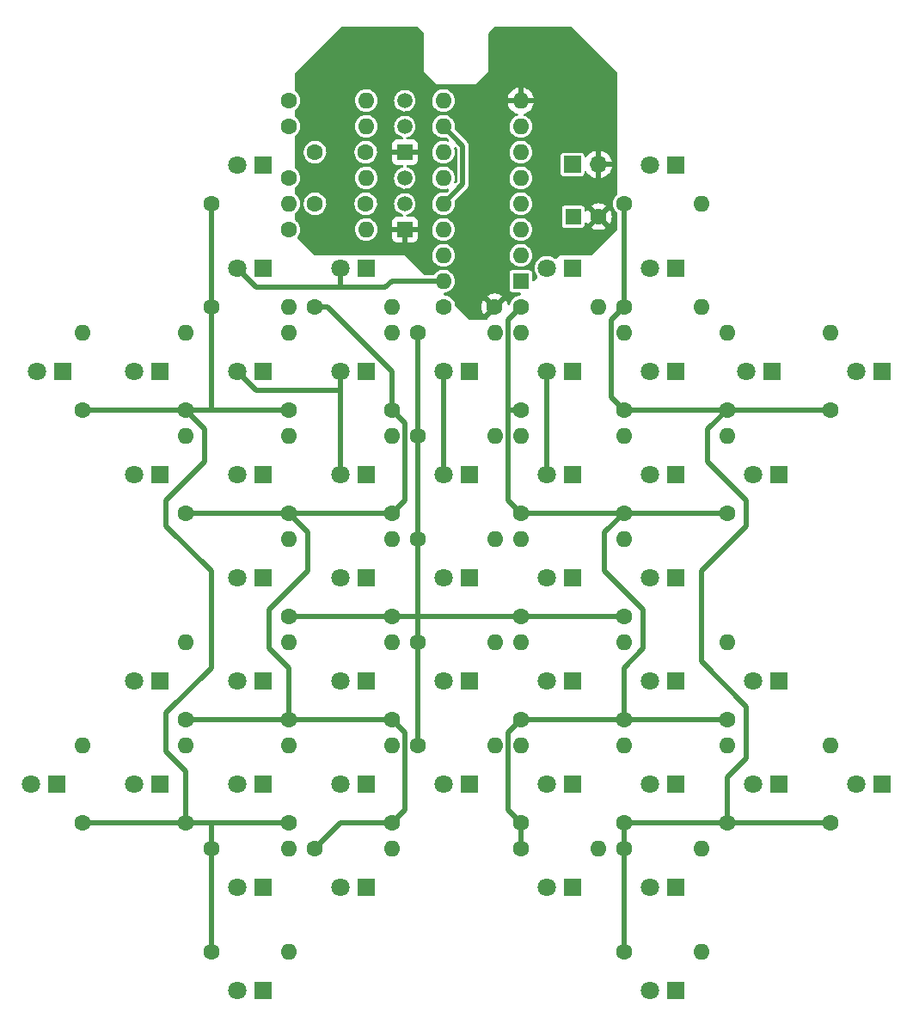
<source format=gbr>
%TF.GenerationSoftware,KiCad,Pcbnew,(6.0.2)*%
%TF.CreationDate,2023-11-30T13:56:03-08:00*%
%TF.ProjectId,star,73746172-2e6b-4696-9361-645f70636258,rev?*%
%TF.SameCoordinates,Original*%
%TF.FileFunction,Copper,L2,Bot*%
%TF.FilePolarity,Positive*%
%FSLAX46Y46*%
G04 Gerber Fmt 4.6, Leading zero omitted, Abs format (unit mm)*
G04 Created by KiCad (PCBNEW (6.0.2)) date 2023-11-30 13:56:03*
%MOMM*%
%LPD*%
G01*
G04 APERTURE LIST*
%TA.AperFunction,ComponentPad*%
%ADD10R,1.800000X1.800000*%
%TD*%
%TA.AperFunction,ComponentPad*%
%ADD11C,1.800000*%
%TD*%
%TA.AperFunction,ComponentPad*%
%ADD12C,1.600000*%
%TD*%
%TA.AperFunction,ComponentPad*%
%ADD13R,1.600000X1.600000*%
%TD*%
%TA.AperFunction,ComponentPad*%
%ADD14O,1.600000X1.600000*%
%TD*%
%TA.AperFunction,ComponentPad*%
%ADD15R,1.500000X1.500000*%
%TD*%
%TA.AperFunction,ComponentPad*%
%ADD16C,1.500000*%
%TD*%
%TA.AperFunction,ComponentPad*%
%ADD17R,1.700000X1.700000*%
%TD*%
%TA.AperFunction,ComponentPad*%
%ADD18O,1.700000X1.700000*%
%TD*%
%TA.AperFunction,Conductor*%
%ADD19C,0.250000*%
%TD*%
%TA.AperFunction,Conductor*%
%ADD20C,0.500000*%
%TD*%
G04 APERTURE END LIST*
D10*
%TO.P,D40,1,K*%
%TO.N,Net-(D40-Pad1)*%
X165100000Y-121920000D03*
D11*
%TO.P,D40,2,A*%
%TO.N,VCC*%
X162560000Y-121920000D03*
%TD*%
D10*
%TO.P,D5,1,K*%
%TO.N,Net-(D5-Pad1)*%
X165105000Y-71120000D03*
D11*
%TO.P,D5,2,A*%
%TO.N,VCC*%
X162565000Y-71120000D03*
%TD*%
D12*
%TO.P,C4,2*%
%TO.N,GND*%
X167664888Y-66040000D03*
D13*
%TO.P,C4,1*%
%TO.N,VCC*%
X165164888Y-66040000D03*
%TD*%
D12*
%TO.P,R46,1*%
%TO.N,Net-(R10-Pad1)*%
X160020000Y-128270000D03*
D14*
%TO.P,R46,2*%
%TO.N,Net-(D46-Pad1)*%
X167640000Y-128270000D03*
%TD*%
D10*
%TO.P,D16,1,K*%
%TO.N,Net-(D16-Pad1)*%
X124460000Y-91440000D03*
D11*
%TO.P,D16,2,A*%
%TO.N,VCC*%
X121920000Y-91440000D03*
%TD*%
D10*
%TO.P,D19,1,K*%
%TO.N,Net-(D19-Pad1)*%
X154940000Y-91440000D03*
D11*
%TO.P,D19,2,A*%
%TO.N,VCC*%
X152400000Y-91440000D03*
%TD*%
D10*
%TO.P,D27,1,K*%
%TO.N,Net-(D27-Pad1)*%
X175260000Y-101600000D03*
D11*
%TO.P,D27,2,A*%
%TO.N,VCC*%
X172720000Y-101600000D03*
%TD*%
D12*
%TO.P,C2,2*%
%TO.N,Net-(C2-Pad2)*%
X144740000Y-59690000D03*
%TO.P,C2,1*%
%TO.N,Net-(C2-Pad1)*%
X139740000Y-59690000D03*
%TD*%
%TO.P,R23,1*%
%TO.N,Net-(R11-Pad1)*%
X137160000Y-105410000D03*
D14*
%TO.P,R23,2*%
%TO.N,Net-(D23-Pad1)*%
X137160000Y-97790000D03*
%TD*%
D10*
%TO.P,D29,1,K*%
%TO.N,Net-(D29-Pad1)*%
X134620000Y-111760000D03*
D11*
%TO.P,D29,2,A*%
%TO.N,VCC*%
X132080000Y-111760000D03*
%TD*%
D12*
%TO.P,R6,1*%
%TO.N,Net-(R1-Pad1)*%
X170180000Y-74930000D03*
D14*
%TO.P,R6,2*%
%TO.N,Net-(D6-Pad1)*%
X177800000Y-74930000D03*
%TD*%
D10*
%TO.P,D18,1,K*%
%TO.N,Net-(D18-Pad1)*%
X144780000Y-91440000D03*
D11*
%TO.P,D18,2,A*%
%TO.N,VCC*%
X142240000Y-91440000D03*
%TD*%
D12*
%TO.P,R50,1*%
%TO.N,VCC*%
X137160000Y-62230000D03*
D14*
%TO.P,R50,2*%
%TO.N,Net-(C2-Pad1)*%
X144780000Y-62230000D03*
%TD*%
D10*
%TO.P,D12,1,K*%
%TO.N,Net-(D12-Pad1)*%
X165105000Y-81280000D03*
D11*
%TO.P,D12,2,A*%
%TO.N,VCC*%
X162565000Y-81280000D03*
%TD*%
D12*
%TO.P,R1,1*%
%TO.N,Net-(R1-Pad1)*%
X129540000Y-64770000D03*
D14*
%TO.P,R1,2*%
%TO.N,Net-(D1-Pad1)*%
X137160000Y-64770000D03*
%TD*%
D10*
%TO.P,D11,1,K*%
%TO.N,Net-(D11-Pad1)*%
X154940000Y-81280000D03*
D11*
%TO.P,D11,2,A*%
%TO.N,VCC*%
X152400000Y-81280000D03*
%TD*%
D10*
%TO.P,D43,1,K*%
%TO.N,Net-(D43-Pad1)*%
X195580000Y-121920000D03*
D11*
%TO.P,D43,2,A*%
%TO.N,VCC*%
X193040000Y-121920000D03*
%TD*%
D10*
%TO.P,D39,1,K*%
%TO.N,Net-(D39-Pad1)*%
X154940000Y-121920000D03*
D11*
%TO.P,D39,2,A*%
%TO.N,VCC*%
X152400000Y-121920000D03*
%TD*%
D12*
%TO.P,R25,1*%
%TO.N,Net-(R11-Pad1)*%
X149860000Y-97790000D03*
D14*
%TO.P,R25,2*%
%TO.N,Net-(D25-Pad1)*%
X157480000Y-97790000D03*
%TD*%
D12*
%TO.P,R31,1*%
%TO.N,Net-(R11-Pad1)*%
X149860000Y-107950000D03*
D14*
%TO.P,R31,2*%
%TO.N,Net-(D31-Pad1)*%
X157480000Y-107950000D03*
%TD*%
D12*
%TO.P,R4,1*%
%TO.N,Net-(R10-Pad1)*%
X139700000Y-74930000D03*
D14*
%TO.P,R4,2*%
%TO.N,Net-(D4-Pad1)*%
X147320000Y-74930000D03*
%TD*%
D10*
%TO.P,D26,1,K*%
%TO.N,Net-(D26-Pad1)*%
X165105000Y-101600000D03*
D11*
%TO.P,D26,2,A*%
%TO.N,VCC*%
X162565000Y-101600000D03*
%TD*%
D14*
%TO.P,R39,2*%
%TO.N,Net-(D39-Pad1)*%
X157480000Y-118110000D03*
D12*
%TO.P,R39,1*%
%TO.N,Net-(R11-Pad1)*%
X149860000Y-118110000D03*
%TD*%
%TO.P,R45,1*%
%TO.N,Net-(R10-Pad1)*%
X139700000Y-128270000D03*
D14*
%TO.P,R45,2*%
%TO.N,Net-(D45-Pad1)*%
X147320000Y-128270000D03*
%TD*%
D12*
%TO.P,R27,1*%
%TO.N,Net-(R11-Pad1)*%
X170180000Y-105410000D03*
D14*
%TO.P,R27,2*%
%TO.N,Net-(D27-Pad1)*%
X170180000Y-97790000D03*
%TD*%
D10*
%TO.P,D17,1,K*%
%TO.N,Net-(D17-Pad1)*%
X134620000Y-91440000D03*
D11*
%TO.P,D17,2,A*%
%TO.N,VCC*%
X132080000Y-91440000D03*
%TD*%
D15*
%TO.P,Q2,1,E*%
%TO.N,GND*%
X148590000Y-59690000D03*
D16*
%TO.P,Q2,2,B*%
%TO.N,Net-(C2-Pad2)*%
X148590000Y-57150000D03*
%TO.P,Q2,3,C*%
%TO.N,/CLOCK*%
X148590000Y-54610000D03*
%TD*%
D10*
%TO.P,D30,1,K*%
%TO.N,Net-(D30-Pad1)*%
X144780000Y-111760000D03*
D11*
%TO.P,D30,2,A*%
%TO.N,VCC*%
X142240000Y-111760000D03*
%TD*%
D12*
%TO.P,R26,1*%
%TO.N,Net-(R11-Pad1)*%
X160020000Y-105410000D03*
D14*
%TO.P,R26,2*%
%TO.N,Net-(D26-Pad1)*%
X160020000Y-97790000D03*
%TD*%
D10*
%TO.P,D45,1,K*%
%TO.N,Net-(D45-Pad1)*%
X144780000Y-132080000D03*
D11*
%TO.P,D45,2,A*%
%TO.N,VCC*%
X142240000Y-132080000D03*
%TD*%
D12*
%TO.P,R5,1*%
%TO.N,Net-(R10-Pad1)*%
X160020000Y-74930000D03*
D14*
%TO.P,R5,2*%
%TO.N,Net-(D5-Pad1)*%
X167640000Y-74930000D03*
%TD*%
D12*
%TO.P,R11,1*%
%TO.N,Net-(R11-Pad1)*%
X149860000Y-77470000D03*
D14*
%TO.P,R11,2*%
%TO.N,Net-(D11-Pad1)*%
X157480000Y-77470000D03*
%TD*%
D12*
%TO.P,R35,1*%
%TO.N,Net-(R1-Pad1)*%
X116840000Y-125730000D03*
D14*
%TO.P,R35,2*%
%TO.N,Net-(D35-Pad1)*%
X116840000Y-118110000D03*
%TD*%
D17*
%TO.P,J1,1,Pin_1*%
%TO.N,VCC*%
X165095000Y-60890000D03*
D18*
%TO.P,J1,2,Pin_2*%
%TO.N,GND*%
X167635000Y-60890000D03*
%TD*%
D12*
%TO.P,R16,1*%
%TO.N,Net-(R10-Pad1)*%
X127000000Y-95250000D03*
D14*
%TO.P,R16,2*%
%TO.N,Net-(D16-Pad1)*%
X127000000Y-87630000D03*
%TD*%
D10*
%TO.P,D25,1,K*%
%TO.N,Net-(D25-Pad1)*%
X154945000Y-101600000D03*
D11*
%TO.P,D25,2,A*%
%TO.N,VCC*%
X152405000Y-101600000D03*
%TD*%
D12*
%TO.P,R43,1*%
%TO.N,Net-(R1-Pad1)*%
X190500000Y-125730000D03*
D14*
%TO.P,R43,2*%
%TO.N,Net-(D43-Pad1)*%
X190500000Y-118110000D03*
%TD*%
D10*
%TO.P,D41,1,K*%
%TO.N,Net-(D41-Pad1)*%
X175265000Y-121920000D03*
D11*
%TO.P,D41,2,A*%
%TO.N,VCC*%
X172725000Y-121920000D03*
%TD*%
D10*
%TO.P,D47,1,K*%
%TO.N,Net-(D47-Pad1)*%
X175265000Y-132080000D03*
D11*
%TO.P,D47,2,A*%
%TO.N,VCC*%
X172725000Y-132080000D03*
%TD*%
D10*
%TO.P,D14,1,K*%
%TO.N,Net-(D14-Pad1)*%
X184785000Y-81280000D03*
D11*
%TO.P,D14,2,A*%
%TO.N,VCC*%
X182245000Y-81280000D03*
%TD*%
D15*
%TO.P,Q1,1,E*%
%TO.N,GND*%
X148590000Y-67310000D03*
D16*
%TO.P,Q1,2,B*%
%TO.N,Net-(C3-Pad1)*%
X148590000Y-64770000D03*
%TO.P,Q1,3,C*%
%TO.N,Net-(C2-Pad1)*%
X148590000Y-62230000D03*
%TD*%
D10*
%TO.P,D42,1,K*%
%TO.N,Net-(D42-Pad1)*%
X185420000Y-121920000D03*
D11*
%TO.P,D42,2,A*%
%TO.N,VCC*%
X182880000Y-121920000D03*
%TD*%
D12*
%TO.P,C3,1*%
%TO.N,Net-(C3-Pad1)*%
X144740000Y-64770000D03*
%TO.P,C3,2*%
%TO.N,/CLOCK*%
X139740000Y-64770000D03*
%TD*%
%TO.P,R2,1*%
%TO.N,Net-(R1-Pad1)*%
X170180000Y-64770000D03*
D14*
%TO.P,R2,2*%
%TO.N,Net-(D2-Pad1)*%
X177800000Y-64770000D03*
%TD*%
D12*
%TO.P,R51,1*%
%TO.N,VCC*%
X137160000Y-54610000D03*
D14*
%TO.P,R51,2*%
%TO.N,/CLOCK*%
X144780000Y-54610000D03*
%TD*%
D12*
%TO.P,R52,1*%
%TO.N,VCC*%
X137160000Y-57150000D03*
D14*
%TO.P,R52,2*%
%TO.N,Net-(C2-Pad2)*%
X144780000Y-57150000D03*
%TD*%
D12*
%TO.P,R33,1*%
%TO.N,Net-(R10-Pad1)*%
X170180000Y-115570000D03*
D14*
%TO.P,R33,2*%
%TO.N,Net-(D33-Pad1)*%
X170180000Y-107950000D03*
%TD*%
D12*
%TO.P,R29,1*%
%TO.N,Net-(R10-Pad1)*%
X137160000Y-115570000D03*
D14*
%TO.P,R29,2*%
%TO.N,Net-(D29-Pad1)*%
X137160000Y-107950000D03*
%TD*%
D10*
%TO.P,D24,1,K*%
%TO.N,Net-(D24-Pad1)*%
X144780000Y-101600000D03*
D11*
%TO.P,D24,2,A*%
%TO.N,VCC*%
X142240000Y-101600000D03*
%TD*%
D12*
%TO.P,R13,1*%
%TO.N,Net-(R1-Pad1)*%
X170180000Y-85090000D03*
D14*
%TO.P,R13,2*%
%TO.N,Net-(D13-Pad1)*%
X170180000Y-77470000D03*
%TD*%
D12*
%TO.P,R19,1*%
%TO.N,Net-(R11-Pad1)*%
X149860000Y-87630000D03*
D14*
%TO.P,R19,2*%
%TO.N,Net-(D19-Pad1)*%
X157480000Y-87630000D03*
%TD*%
D10*
%TO.P,D20,1,K*%
%TO.N,Net-(D20-Pad1)*%
X165100000Y-91440000D03*
D11*
%TO.P,D20,2,A*%
%TO.N,VCC*%
X162560000Y-91440000D03*
%TD*%
D12*
%TO.P,R15,1*%
%TO.N,Net-(R1-Pad1)*%
X190500000Y-85090000D03*
D14*
%TO.P,R15,2*%
%TO.N,Net-(D15-Pad1)*%
X190500000Y-77470000D03*
%TD*%
D12*
%TO.P,R24,1*%
%TO.N,Net-(R11-Pad1)*%
X147320000Y-105410000D03*
D14*
%TO.P,R24,2*%
%TO.N,Net-(D24-Pad1)*%
X147320000Y-97790000D03*
%TD*%
D10*
%TO.P,D3,1,K*%
%TO.N,Net-(D3-Pad1)*%
X134620000Y-71120000D03*
D11*
%TO.P,D3,2,A*%
%TO.N,VCC*%
X132080000Y-71120000D03*
%TD*%
D12*
%TO.P,R8,1*%
%TO.N,Net-(R1-Pad1)*%
X127000000Y-85090000D03*
D14*
%TO.P,R8,2*%
%TO.N,Net-(D8-Pad1)*%
X127000000Y-77470000D03*
%TD*%
D10*
%TO.P,D10,1,K*%
%TO.N,Net-(D10-Pad1)*%
X144780000Y-81280000D03*
D11*
%TO.P,D10,2,A*%
%TO.N,VCC*%
X142240000Y-81280000D03*
%TD*%
D10*
%TO.P,D1,1,K*%
%TO.N,Net-(D1-Pad1)*%
X134625000Y-60960000D03*
D11*
%TO.P,D1,2,A*%
%TO.N,VCC*%
X132085000Y-60960000D03*
%TD*%
D12*
%TO.P,R37,1*%
%TO.N,Net-(R1-Pad1)*%
X137160000Y-125730000D03*
D14*
%TO.P,R37,2*%
%TO.N,Net-(D37-Pad1)*%
X137160000Y-118110000D03*
%TD*%
D12*
%TO.P,R30,1*%
%TO.N,Net-(R10-Pad1)*%
X147320000Y-115570000D03*
D14*
%TO.P,R30,2*%
%TO.N,Net-(D30-Pad1)*%
X147320000Y-107950000D03*
%TD*%
D10*
%TO.P,D4,1,K*%
%TO.N,Net-(D4-Pad1)*%
X144785000Y-71120000D03*
D11*
%TO.P,D4,2,A*%
%TO.N,VCC*%
X142245000Y-71120000D03*
%TD*%
D12*
%TO.P,R3,1*%
%TO.N,Net-(R1-Pad1)*%
X129540000Y-74930000D03*
D14*
%TO.P,R3,2*%
%TO.N,Net-(D3-Pad1)*%
X137160000Y-74930000D03*
%TD*%
D12*
%TO.P,R28,1*%
%TO.N,Net-(R10-Pad1)*%
X127000000Y-115570000D03*
D14*
%TO.P,R28,2*%
%TO.N,Net-(D28-Pad1)*%
X127000000Y-107950000D03*
%TD*%
D10*
%TO.P,D23,1,K*%
%TO.N,Net-(D23-Pad1)*%
X134625000Y-101600000D03*
D11*
%TO.P,D23,2,A*%
%TO.N,VCC*%
X132085000Y-101600000D03*
%TD*%
D12*
%TO.P,R32,1*%
%TO.N,Net-(R10-Pad1)*%
X160020000Y-115570000D03*
D14*
%TO.P,R32,2*%
%TO.N,Net-(D32-Pad1)*%
X160020000Y-107950000D03*
%TD*%
D10*
%TO.P,D32,1,K*%
%TO.N,Net-(D32-Pad1)*%
X165100000Y-111760000D03*
D11*
%TO.P,D32,2,A*%
%TO.N,VCC*%
X162560000Y-111760000D03*
%TD*%
D12*
%TO.P,R12,1*%
%TO.N,Net-(R10-Pad1)*%
X160020000Y-85090000D03*
D14*
%TO.P,R12,2*%
%TO.N,Net-(D12-Pad1)*%
X160020000Y-77470000D03*
%TD*%
D12*
%TO.P,R38,1*%
%TO.N,Net-(R10-Pad1)*%
X147320000Y-125730000D03*
D14*
%TO.P,R38,2*%
%TO.N,Net-(D38-Pad1)*%
X147320000Y-118110000D03*
%TD*%
D10*
%TO.P,D44,1,K*%
%TO.N,Net-(D44-Pad1)*%
X134620000Y-132080000D03*
D11*
%TO.P,D44,2,A*%
%TO.N,VCC*%
X132080000Y-132080000D03*
%TD*%
D12*
%TO.P,R18,1*%
%TO.N,Net-(R10-Pad1)*%
X147320000Y-95250000D03*
D14*
%TO.P,R18,2*%
%TO.N,Net-(D18-Pad1)*%
X147320000Y-87630000D03*
%TD*%
D10*
%TO.P,D7,1,K*%
%TO.N,Net-(D7-Pad1)*%
X114935000Y-81280000D03*
D11*
%TO.P,D7,2,A*%
%TO.N,VCC*%
X112395000Y-81280000D03*
%TD*%
D10*
%TO.P,D35,1,K*%
%TO.N,Net-(D35-Pad1)*%
X114300000Y-121920000D03*
D11*
%TO.P,D35,2,A*%
%TO.N,VCC*%
X111760000Y-121920000D03*
%TD*%
D12*
%TO.P,R47,1*%
%TO.N,Net-(R1-Pad1)*%
X170180000Y-128270000D03*
D14*
%TO.P,R47,2*%
%TO.N,Net-(D47-Pad1)*%
X177800000Y-128270000D03*
%TD*%
D10*
%TO.P,D37,1,K*%
%TO.N,Net-(D37-Pad1)*%
X134620000Y-121920000D03*
D11*
%TO.P,D37,2,A*%
%TO.N,VCC*%
X132080000Y-121920000D03*
%TD*%
D12*
%TO.P,R36,1*%
%TO.N,Net-(R1-Pad1)*%
X127000000Y-125730000D03*
D14*
%TO.P,R36,2*%
%TO.N,Net-(D36-Pad1)*%
X127000000Y-118110000D03*
%TD*%
D10*
%TO.P,D2,1,K*%
%TO.N,Net-(D2-Pad1)*%
X175260000Y-60960000D03*
D11*
%TO.P,D2,2,A*%
%TO.N,VCC*%
X172720000Y-60960000D03*
%TD*%
D13*
%TO.P,U1,1,~{Mr}*%
%TO.N,VCC*%
X160010000Y-72390000D03*
D14*
%TO.P,U1,2,Q0*%
%TO.N,Net-(U1-Pad2)*%
X160010000Y-69850000D03*
%TO.P,U1,3,~{Q0}*%
%TO.N,Net-(R11-Pad1)*%
X160010000Y-67310000D03*
%TO.P,U1,4,D0*%
%TO.N,Net-(U1-Pad14)*%
X160010000Y-64770000D03*
%TO.P,U1,5,D1*%
%TO.N,Net-(U1-Pad2)*%
X160010000Y-62230000D03*
%TO.P,U1,6,~{Q1}*%
%TO.N,Net-(R10-Pad1)*%
X160010000Y-59690000D03*
%TO.P,U1,7,Q1*%
%TO.N,Net-(U1-Pad12)*%
X160010000Y-57150000D03*
%TO.P,U1,8,GND*%
%TO.N,GND*%
X160010000Y-54610000D03*
%TO.P,U1,9,Cp*%
%TO.N,/CLOCK*%
X152390000Y-54610000D03*
%TO.P,U1,10,Q2*%
%TO.N,Net-(U1-Pad10)*%
X152390000Y-57150000D03*
%TO.P,U1,11,~{Q2}*%
%TO.N,Net-(R1-Pad1)*%
X152390000Y-59690000D03*
%TO.P,U1,12,D2*%
%TO.N,Net-(U1-Pad12)*%
X152390000Y-62230000D03*
%TO.P,U1,13,D3*%
%TO.N,Net-(U1-Pad10)*%
X152390000Y-64770000D03*
%TO.P,U1,14,~{Q3}*%
%TO.N,Net-(U1-Pad14)*%
X152390000Y-67310000D03*
%TO.P,U1,15,Q3*%
%TO.N,unconnected-(U1-Pad15)*%
X152390000Y-69850000D03*
%TO.P,U1,16,VCC*%
%TO.N,VCC*%
X152390000Y-72390000D03*
%TD*%
D12*
%TO.P,R10,1*%
%TO.N,Net-(R10-Pad1)*%
X147320000Y-85090000D03*
D14*
%TO.P,R10,2*%
%TO.N,Net-(D10-Pad1)*%
X147320000Y-77470000D03*
%TD*%
D10*
%TO.P,D28,1,K*%
%TO.N,Net-(D28-Pad1)*%
X124460000Y-111760000D03*
D11*
%TO.P,D28,2,A*%
%TO.N,VCC*%
X121920000Y-111760000D03*
%TD*%
D10*
%TO.P,D49,1,K*%
%TO.N,Net-(D49-Pad1)*%
X175265000Y-142240000D03*
D11*
%TO.P,D49,2,A*%
%TO.N,VCC*%
X172725000Y-142240000D03*
%TD*%
D10*
%TO.P,D13,1,K*%
%TO.N,Net-(D13-Pad1)*%
X175260000Y-81280000D03*
D11*
%TO.P,D13,2,A*%
%TO.N,VCC*%
X172720000Y-81280000D03*
%TD*%
D10*
%TO.P,D15,1,K*%
%TO.N,Net-(D15-Pad1)*%
X195585000Y-81280000D03*
D11*
%TO.P,D15,2,A*%
%TO.N,VCC*%
X193045000Y-81280000D03*
%TD*%
D10*
%TO.P,D31,1,K*%
%TO.N,Net-(D31-Pad1)*%
X154945000Y-111760000D03*
D11*
%TO.P,D31,2,A*%
%TO.N,VCC*%
X152405000Y-111760000D03*
%TD*%
D12*
%TO.P,R14,1*%
%TO.N,Net-(R1-Pad1)*%
X180340000Y-85090000D03*
D14*
%TO.P,R14,2*%
%TO.N,Net-(D14-Pad1)*%
X180340000Y-77470000D03*
%TD*%
D10*
%TO.P,D36,1,K*%
%TO.N,Net-(D36-Pad1)*%
X124460000Y-121920000D03*
D11*
%TO.P,D36,2,A*%
%TO.N,VCC*%
X121920000Y-121920000D03*
%TD*%
D12*
%TO.P,R17,1*%
%TO.N,Net-(R10-Pad1)*%
X137160000Y-95250000D03*
D14*
%TO.P,R17,2*%
%TO.N,Net-(D17-Pad1)*%
X137160000Y-87630000D03*
%TD*%
D10*
%TO.P,D48,1,K*%
%TO.N,Net-(D48-Pad1)*%
X134625000Y-142240000D03*
D11*
%TO.P,D48,2,A*%
%TO.N,VCC*%
X132085000Y-142240000D03*
%TD*%
D12*
%TO.P,R20,1*%
%TO.N,Net-(R10-Pad1)*%
X160020000Y-95250000D03*
D14*
%TO.P,R20,2*%
%TO.N,Net-(D20-Pad1)*%
X160020000Y-87630000D03*
%TD*%
D10*
%TO.P,D21,1,K*%
%TO.N,Net-(D21-Pad1)*%
X175265000Y-91440000D03*
D11*
%TO.P,D21,2,A*%
%TO.N,VCC*%
X172725000Y-91440000D03*
%TD*%
D10*
%TO.P,D34,1,K*%
%TO.N,Net-(D34-Pad1)*%
X185420000Y-111760000D03*
D11*
%TO.P,D34,2,A*%
%TO.N,VCC*%
X182880000Y-111760000D03*
%TD*%
D14*
%TO.P,R49,2*%
%TO.N,Net-(D49-Pad1)*%
X177800000Y-138430000D03*
D12*
%TO.P,R49,1*%
%TO.N,Net-(R1-Pad1)*%
X170180000Y-138430000D03*
%TD*%
%TO.P,R34,1*%
%TO.N,Net-(R10-Pad1)*%
X180340000Y-115570000D03*
D14*
%TO.P,R34,2*%
%TO.N,Net-(D34-Pad1)*%
X180340000Y-107950000D03*
%TD*%
D10*
%TO.P,D38,1,K*%
%TO.N,Net-(D38-Pad1)*%
X144780000Y-121920000D03*
D11*
%TO.P,D38,2,A*%
%TO.N,VCC*%
X142240000Y-121920000D03*
%TD*%
D12*
%TO.P,R22,1*%
%TO.N,Net-(R10-Pad1)*%
X180340000Y-95250000D03*
D14*
%TO.P,R22,2*%
%TO.N,Net-(D22-Pad1)*%
X180340000Y-87630000D03*
%TD*%
D11*
%TO.P,D8,2,A*%
%TO.N,VCC*%
X121930000Y-81280000D03*
D10*
%TO.P,D8,1,K*%
%TO.N,Net-(D8-Pad1)*%
X124470000Y-81280000D03*
%TD*%
D12*
%TO.P,R40,1*%
%TO.N,Net-(R10-Pad1)*%
X160020000Y-125730000D03*
D14*
%TO.P,R40,2*%
%TO.N,Net-(D40-Pad1)*%
X160020000Y-118110000D03*
%TD*%
D12*
%TO.P,R41,1*%
%TO.N,Net-(R1-Pad1)*%
X170180000Y-125730000D03*
D14*
%TO.P,R41,2*%
%TO.N,Net-(D41-Pad1)*%
X170180000Y-118110000D03*
%TD*%
D12*
%TO.P,R42,1*%
%TO.N,Net-(R1-Pad1)*%
X180340000Y-125730000D03*
D14*
%TO.P,R42,2*%
%TO.N,Net-(D42-Pad1)*%
X180340000Y-118110000D03*
%TD*%
D12*
%TO.P,R53,1*%
%TO.N,VCC*%
X137160000Y-67310000D03*
D14*
%TO.P,R53,2*%
%TO.N,Net-(C3-Pad1)*%
X144780000Y-67310000D03*
%TD*%
D12*
%TO.P,R44,1*%
%TO.N,Net-(R1-Pad1)*%
X129540000Y-128270000D03*
D14*
%TO.P,R44,2*%
%TO.N,Net-(D44-Pad1)*%
X137160000Y-128270000D03*
%TD*%
D10*
%TO.P,D33,1,K*%
%TO.N,Net-(D33-Pad1)*%
X175265000Y-111760000D03*
D11*
%TO.P,D33,2,A*%
%TO.N,VCC*%
X172725000Y-111760000D03*
%TD*%
D12*
%TO.P,R9,1*%
%TO.N,Net-(R1-Pad1)*%
X137160000Y-85090000D03*
D14*
%TO.P,R9,2*%
%TO.N,Net-(D9-Pad1)*%
X137160000Y-77470000D03*
%TD*%
D10*
%TO.P,D6,1,K*%
%TO.N,Net-(D6-Pad1)*%
X175260000Y-71120000D03*
D11*
%TO.P,D6,2,A*%
%TO.N,VCC*%
X172720000Y-71120000D03*
%TD*%
D12*
%TO.P,R21,1*%
%TO.N,Net-(R10-Pad1)*%
X170180000Y-95250000D03*
D14*
%TO.P,R21,2*%
%TO.N,Net-(D21-Pad1)*%
X170180000Y-87630000D03*
%TD*%
D12*
%TO.P,R48,1*%
%TO.N,Net-(R1-Pad1)*%
X129540000Y-138430000D03*
D14*
%TO.P,R48,2*%
%TO.N,Net-(D48-Pad1)*%
X137160000Y-138430000D03*
%TD*%
D11*
%TO.P,D22,2,A*%
%TO.N,VCC*%
X182885000Y-91440000D03*
D10*
%TO.P,D22,1,K*%
%TO.N,Net-(D22-Pad1)*%
X185425000Y-91440000D03*
%TD*%
%TO.P,D9,1,K*%
%TO.N,Net-(D9-Pad1)*%
X134620000Y-81280000D03*
D11*
%TO.P,D9,2,A*%
%TO.N,VCC*%
X132080000Y-81280000D03*
%TD*%
D10*
%TO.P,D46,1,K*%
%TO.N,Net-(D46-Pad1)*%
X165105000Y-132080000D03*
D11*
%TO.P,D46,2,A*%
%TO.N,VCC*%
X162565000Y-132080000D03*
%TD*%
D12*
%TO.P,R7,1*%
%TO.N,Net-(R1-Pad1)*%
X116840000Y-85090000D03*
D14*
%TO.P,R7,2*%
%TO.N,Net-(D7-Pad1)*%
X116840000Y-77470000D03*
%TD*%
D12*
%TO.P,C1,1*%
%TO.N,VCC*%
X152440000Y-74930000D03*
%TO.P,C1,2*%
%TO.N,GND*%
X157440000Y-74930000D03*
%TD*%
D19*
%TO.N,GND*%
X167640000Y-66040000D02*
X167664888Y-66040000D01*
X165100000Y-68580000D02*
X167640000Y-66040000D01*
X159067500Y-68580000D02*
X165100000Y-68580000D01*
X158750000Y-68897500D02*
X159067500Y-68580000D01*
X158750000Y-73660000D02*
X158750000Y-68897500D01*
X158710000Y-73660000D02*
X158750000Y-73660000D01*
X157440000Y-74930000D02*
X158710000Y-73660000D01*
D20*
%TO.N,VCC*%
X162565000Y-91435000D02*
X162560000Y-91440000D01*
X162565000Y-81280000D02*
X162565000Y-91435000D01*
X152400000Y-91440000D02*
X152400000Y-81280000D01*
X142240000Y-83185000D02*
X142240000Y-91440000D01*
X142240000Y-81280000D02*
X142240000Y-83185000D01*
X133985000Y-83185000D02*
X132080000Y-81280000D01*
X142240000Y-83185000D02*
X133985000Y-83185000D01*
X142245000Y-71120000D02*
X142245000Y-73020000D01*
X133985000Y-73025000D02*
X142240000Y-73025000D01*
X142240000Y-73025000D02*
X146685000Y-73025000D01*
X142245000Y-73020000D02*
X142240000Y-73025000D01*
X146685000Y-73025000D02*
X147320000Y-72390000D01*
X132080000Y-71120000D02*
X133985000Y-73025000D01*
X147320000Y-72390000D02*
X152390000Y-72390000D01*
%TO.N,Net-(U1-Pad10)*%
X154305000Y-62855000D02*
X154305000Y-59065000D01*
X152390000Y-64770000D02*
X154305000Y-62855000D01*
X154305000Y-59065000D02*
X152390000Y-57150000D01*
%TO.N,Net-(R1-Pad1)*%
X129540000Y-64770000D02*
X129540000Y-74930000D01*
X128905000Y-86995000D02*
X127000000Y-85090000D01*
X128905000Y-90170000D02*
X128905000Y-86995000D01*
X125095000Y-93980000D02*
X128905000Y-90170000D01*
X125095000Y-96520000D02*
X125095000Y-93980000D01*
X129540000Y-100965000D02*
X125095000Y-96520000D01*
X125095000Y-114935000D02*
X129540000Y-110490000D01*
X125095000Y-118745000D02*
X125095000Y-114935000D01*
X127000000Y-120650000D02*
X125095000Y-118745000D01*
X129540000Y-110490000D02*
X129540000Y-100965000D01*
X127000000Y-125730000D02*
X127000000Y-120650000D01*
X178435000Y-86995000D02*
X180340000Y-85090000D01*
X178435000Y-90170000D02*
X178435000Y-86995000D01*
X182245000Y-93980000D02*
X178435000Y-90170000D01*
X177800000Y-100965000D02*
X182245000Y-96520000D01*
X182245000Y-119380000D02*
X182245000Y-114300000D01*
X182245000Y-114300000D02*
X177800000Y-109855000D01*
X180340000Y-121285000D02*
X182245000Y-119380000D01*
X177800000Y-109855000D02*
X177800000Y-100965000D01*
X180340000Y-125730000D02*
X180340000Y-121285000D01*
X182245000Y-96520000D02*
X182245000Y-93980000D01*
%TO.N,Net-(R10-Pad1)*%
X168275000Y-97155000D02*
X170180000Y-95250000D01*
X172085000Y-104775000D02*
X168275000Y-100965000D01*
X172085000Y-108585000D02*
X172085000Y-104775000D01*
X168275000Y-100965000D02*
X168275000Y-97155000D01*
X170180000Y-110490000D02*
X172085000Y-108585000D01*
X170180000Y-115570000D02*
X170180000Y-110490000D01*
X139065000Y-97155000D02*
X137160000Y-95250000D01*
X139065000Y-100965000D02*
X139065000Y-97155000D01*
X135255000Y-104775000D02*
X139065000Y-100965000D01*
X135255000Y-108585000D02*
X135255000Y-104775000D01*
X137160000Y-110490000D02*
X135255000Y-108585000D01*
X137160000Y-115570000D02*
X137160000Y-110490000D01*
X127000000Y-95250000D02*
X137160000Y-95250000D01*
X170180000Y-95250000D02*
X180340000Y-95250000D01*
X170180000Y-115570000D02*
X180340000Y-115570000D01*
X137160000Y-115570000D02*
X127000000Y-115570000D01*
%TO.N,Net-(R1-Pad1)*%
X168910000Y-76200000D02*
X168910000Y-83820000D01*
X170180000Y-74930000D02*
X168910000Y-76200000D01*
X168910000Y-83820000D02*
X170180000Y-85090000D01*
X170180000Y-85090000D02*
X180340000Y-85090000D01*
D19*
%TO.N,GND*%
X167635000Y-54615000D02*
X167635000Y-60890000D01*
X167640000Y-54610000D02*
X167635000Y-54615000D01*
X160010000Y-54610000D02*
X167640000Y-54610000D01*
X156210000Y-55880000D02*
X156210000Y-54610000D01*
X150495000Y-55880000D02*
X156210000Y-55880000D01*
X150495000Y-59690000D02*
X150495000Y-55880000D01*
X156210000Y-54610000D02*
X160010000Y-54610000D01*
X148590000Y-59690000D02*
X150495000Y-59690000D01*
X146685000Y-59690000D02*
X148590000Y-59690000D01*
X146685000Y-67310000D02*
X146685000Y-59690000D01*
X148590000Y-67310000D02*
X146685000Y-67310000D01*
X167635000Y-62860000D02*
X167635000Y-60890000D01*
X166687500Y-63807500D02*
X167635000Y-62860000D01*
X166687500Y-65062612D02*
X166687500Y-63807500D01*
X167664888Y-66040000D02*
X166687500Y-65062612D01*
D20*
%TO.N,Net-(R10-Pad1)*%
X158750000Y-76200000D02*
X158750000Y-77470000D01*
X160020000Y-74930000D02*
X158750000Y-76200000D01*
X158750000Y-85090000D02*
X158750000Y-77470000D01*
X147320000Y-95250000D02*
X148590000Y-93980000D01*
X139700000Y-128270000D02*
X142240000Y-125730000D01*
X147320000Y-115570000D02*
X148590000Y-116840000D01*
X158750000Y-124460000D02*
X158750000Y-116840000D01*
X140970000Y-74930000D02*
X139700000Y-74930000D01*
X158750000Y-93980000D02*
X158750000Y-85090000D01*
X160020000Y-115570000D02*
X170180000Y-115570000D01*
X147320000Y-85090000D02*
X147320000Y-81280000D01*
X160020000Y-128270000D02*
X160020000Y-125730000D01*
X160020000Y-95250000D02*
X170180000Y-95250000D01*
X142240000Y-125730000D02*
X147320000Y-125730000D01*
X160020000Y-95250000D02*
X158750000Y-93980000D01*
X160020000Y-85090000D02*
X158750000Y-85090000D01*
X148590000Y-124460000D02*
X147320000Y-125730000D01*
X137160000Y-95250000D02*
X147320000Y-95250000D01*
X147320000Y-81280000D02*
X140970000Y-74930000D01*
X148590000Y-93980000D02*
X148590000Y-86360000D01*
X160020000Y-125730000D02*
X158750000Y-124460000D01*
X158750000Y-116840000D02*
X160020000Y-115570000D01*
X147320000Y-85090000D02*
X148590000Y-86360000D01*
X137160000Y-115570000D02*
X147320000Y-115570000D01*
X148590000Y-116840000D02*
X148590000Y-124460000D01*
%TO.N,Net-(R11-Pad1)*%
X149860000Y-87630000D02*
X149860000Y-77470000D01*
X149860000Y-97790000D02*
X149860000Y-87630000D01*
X149860000Y-105410000D02*
X160020000Y-105410000D01*
X137160000Y-105410000D02*
X147320000Y-105410000D01*
X149860000Y-107950000D02*
X149860000Y-105410000D01*
X160020000Y-105410000D02*
X170180000Y-105410000D01*
X149860000Y-118110000D02*
X149860000Y-107950000D01*
X149860000Y-105410000D02*
X149860000Y-97790000D01*
X147320000Y-105410000D02*
X149860000Y-105410000D01*
%TO.N,Net-(R1-Pad1)*%
X129540000Y-128270000D02*
X129540000Y-125730000D01*
X129540000Y-74930000D02*
X129540000Y-85090000D01*
X180340000Y-125730000D02*
X190500000Y-125730000D01*
X127000000Y-85090000D02*
X137160000Y-85090000D01*
X170180000Y-138430000D02*
X170180000Y-128270000D01*
X180340000Y-85090000D02*
X190500000Y-85090000D01*
X180340000Y-125730000D02*
X170180000Y-125730000D01*
X129540000Y-125730000D02*
X137160000Y-125730000D01*
X170180000Y-125730000D02*
X170180000Y-128270000D01*
X129540000Y-138430000D02*
X129540000Y-128270000D01*
X170180000Y-64770000D02*
X170180000Y-74930000D01*
X116840000Y-125730000D02*
X127000000Y-125730000D01*
X127000000Y-125730000D02*
X129540000Y-125730000D01*
X116840000Y-85090000D02*
X127000000Y-85090000D01*
%TD*%
%TA.AperFunction,Conductor*%
%TO.N,GND*%
G36*
X149875931Y-47327502D02*
G01*
X149896905Y-47344405D01*
X150458095Y-47905595D01*
X150492121Y-47967907D01*
X150495000Y-47994690D01*
X150495000Y-51752500D01*
X151765000Y-53022500D01*
X155575000Y-53022500D01*
X156845000Y-51752500D01*
X156845000Y-47994690D01*
X156865002Y-47926569D01*
X156881905Y-47905595D01*
X157443095Y-47344405D01*
X157505407Y-47310379D01*
X157532190Y-47307500D01*
X164934258Y-47307500D01*
X165002379Y-47327502D01*
X165023353Y-47344405D01*
X169508095Y-51829147D01*
X169542121Y-51891459D01*
X169545000Y-51918242D01*
X169545000Y-63799560D01*
X169524998Y-63867681D01*
X169502078Y-63894290D01*
X169374809Y-64005902D01*
X169249046Y-64165432D01*
X169246357Y-64170543D01*
X169246355Y-64170546D01*
X169236116Y-64190008D01*
X169154461Y-64345208D01*
X169094222Y-64539211D01*
X169070345Y-64740943D01*
X169083631Y-64943648D01*
X169085052Y-64949244D01*
X169085053Y-64949249D01*
X169106732Y-65034607D01*
X169133635Y-65140537D01*
X169218681Y-65325017D01*
X169335923Y-65490910D01*
X169481432Y-65632659D01*
X169489002Y-65637717D01*
X169490016Y-65638930D01*
X169490723Y-65639503D01*
X169490611Y-65639642D01*
X169534529Y-65692193D01*
X169545000Y-65742482D01*
X169545000Y-67257810D01*
X169524998Y-67325931D01*
X169508095Y-67346905D01*
X167041905Y-69813095D01*
X166979593Y-69847121D01*
X166952810Y-69850000D01*
X163830000Y-69850000D01*
X163501060Y-70178940D01*
X163438748Y-70212966D01*
X163367933Y-70207901D01*
X163326437Y-70182371D01*
X163301884Y-70159674D01*
X163212712Y-70103411D01*
X163119423Y-70044550D01*
X163119418Y-70044548D01*
X163114539Y-70041469D01*
X162908790Y-69959383D01*
X162903130Y-69958257D01*
X162903126Y-69958256D01*
X162697196Y-69917294D01*
X162697191Y-69917294D01*
X162691528Y-69916167D01*
X162685753Y-69916091D01*
X162685749Y-69916091D01*
X162576551Y-69914662D01*
X162470028Y-69913267D01*
X162251709Y-69950782D01*
X162043882Y-70027453D01*
X162038921Y-70030405D01*
X162038920Y-70030405D01*
X161858475Y-70137758D01*
X161858472Y-70137760D01*
X161853507Y-70140714D01*
X161686960Y-70286772D01*
X161549819Y-70460734D01*
X161547128Y-70465850D01*
X161547126Y-70465852D01*
X161489734Y-70574937D01*
X161446677Y-70656775D01*
X161380988Y-70868330D01*
X161354951Y-71088314D01*
X161369439Y-71309358D01*
X161423966Y-71524061D01*
X161426385Y-71529308D01*
X161514288Y-71719986D01*
X161514291Y-71719991D01*
X161516707Y-71725232D01*
X161520038Y-71729946D01*
X161520042Y-71729952D01*
X161636811Y-71895176D01*
X161659792Y-71962350D01*
X161642808Y-72031285D01*
X161623009Y-72056991D01*
X161330395Y-72349605D01*
X161268083Y-72383631D01*
X161197268Y-72378566D01*
X161140432Y-72336019D01*
X161115621Y-72269499D01*
X161115300Y-72260510D01*
X161115300Y-71544642D01*
X161113476Y-71529308D01*
X161113250Y-71527407D01*
X161113249Y-71527404D01*
X161112133Y-71518022D01*
X161065964Y-71414081D01*
X161025814Y-71374002D01*
X160993705Y-71341948D01*
X160993703Y-71341947D01*
X160985472Y-71333730D01*
X160881451Y-71287742D01*
X160855358Y-71284700D01*
X159164642Y-71284700D01*
X159153967Y-71285970D01*
X159147407Y-71286750D01*
X159147404Y-71286751D01*
X159138022Y-71287867D01*
X159034081Y-71334036D01*
X158994002Y-71374186D01*
X158961948Y-71406295D01*
X158961947Y-71406297D01*
X158953730Y-71414528D01*
X158907742Y-71518549D01*
X158904700Y-71544642D01*
X158904700Y-73235358D01*
X158907867Y-73261978D01*
X158954036Y-73365919D01*
X158972687Y-73384537D01*
X159026295Y-73438052D01*
X159026297Y-73438053D01*
X159034528Y-73446270D01*
X159138549Y-73492258D01*
X159164642Y-73495300D01*
X159880510Y-73495300D01*
X159948631Y-73515302D01*
X159995124Y-73568958D01*
X160005228Y-73639232D01*
X159975734Y-73703812D01*
X159969605Y-73710395D01*
X159869089Y-73810911D01*
X159801332Y-73845996D01*
X159738399Y-73856810D01*
X159732702Y-73857789D01*
X159542118Y-73928099D01*
X159367538Y-74031963D01*
X159214809Y-74165902D01*
X159089046Y-74325432D01*
X159086357Y-74330543D01*
X159086355Y-74330546D01*
X159076116Y-74350008D01*
X158994461Y-74505208D01*
X158956550Y-74627303D01*
X158955074Y-74632056D01*
X158915771Y-74691181D01*
X158850742Y-74719672D01*
X158780632Y-74708482D01*
X158727702Y-74661165D01*
X158713034Y-74627303D01*
X158675236Y-74486239D01*
X158671490Y-74475947D01*
X158579414Y-74278489D01*
X158573931Y-74268994D01*
X158537491Y-74216952D01*
X158527012Y-74208576D01*
X158513566Y-74215644D01*
X156724923Y-76004287D01*
X156717309Y-76018231D01*
X156718494Y-76034800D01*
X156729532Y-76063019D01*
X156715542Y-76132624D01*
X156666143Y-76183616D01*
X156604011Y-76200000D01*
X154992190Y-76200000D01*
X154924069Y-76179998D01*
X154903095Y-76163095D01*
X153675475Y-74935475D01*
X156127483Y-74935475D01*
X156146472Y-75152519D01*
X156148375Y-75163312D01*
X156204764Y-75373761D01*
X156208510Y-75384053D01*
X156300586Y-75581511D01*
X156306069Y-75591006D01*
X156342509Y-75643048D01*
X156352988Y-75651424D01*
X156366434Y-75644356D01*
X157067978Y-74942812D01*
X157075592Y-74928868D01*
X157075461Y-74927035D01*
X157071210Y-74920420D01*
X156365713Y-74214923D01*
X156353938Y-74208493D01*
X156341923Y-74217789D01*
X156306069Y-74268994D01*
X156300586Y-74278489D01*
X156208510Y-74475947D01*
X156204764Y-74486239D01*
X156148375Y-74696688D01*
X156146472Y-74707481D01*
X156127483Y-74924525D01*
X156127483Y-74935475D01*
X153675475Y-74935475D01*
X153570104Y-74830104D01*
X153536078Y-74767792D01*
X153533730Y-74752555D01*
X153531447Y-74727712D01*
X153476307Y-74532199D01*
X153386460Y-74350008D01*
X153287728Y-74217789D01*
X153268370Y-74191866D01*
X153268369Y-74191865D01*
X153264917Y-74187242D01*
X153246732Y-74170432D01*
X153119986Y-74053269D01*
X153119983Y-74053267D01*
X153115746Y-74049350D01*
X153069207Y-74019986D01*
X152948829Y-73944033D01*
X152948824Y-73944031D01*
X152943945Y-73940952D01*
X152755267Y-73865677D01*
X152656325Y-73845996D01*
X152641203Y-73842988D01*
X156718576Y-73842988D01*
X156725644Y-73856434D01*
X157427188Y-74557978D01*
X157441132Y-74565592D01*
X157442965Y-74565461D01*
X157449580Y-74561210D01*
X158155077Y-73855713D01*
X158161507Y-73843938D01*
X158152211Y-73831923D01*
X158101006Y-73796069D01*
X158091511Y-73790586D01*
X157894053Y-73698510D01*
X157883761Y-73694764D01*
X157673312Y-73638375D01*
X157662519Y-73636472D01*
X157445475Y-73617483D01*
X157434525Y-73617483D01*
X157217481Y-73636472D01*
X157206688Y-73638375D01*
X156996239Y-73694764D01*
X156985947Y-73698510D01*
X156788489Y-73790586D01*
X156778994Y-73796069D01*
X156726952Y-73832509D01*
X156718576Y-73842988D01*
X152641203Y-73842988D01*
X152606018Y-73835989D01*
X152541505Y-73801505D01*
X152442779Y-73702779D01*
X152408753Y-73640467D01*
X152413818Y-73569652D01*
X152456365Y-73512816D01*
X152513793Y-73488988D01*
X152541994Y-73484899D01*
X152643412Y-73470195D01*
X152643417Y-73470194D01*
X152649133Y-73469365D01*
X152654605Y-73467507D01*
X152654607Y-73467507D01*
X152836028Y-73405922D01*
X152836030Y-73405921D01*
X152841492Y-73404067D01*
X153018731Y-73304809D01*
X153174913Y-73174913D01*
X153304809Y-73018731D01*
X153404067Y-72841492D01*
X153469365Y-72649133D01*
X153470502Y-72641297D01*
X153485271Y-72539433D01*
X153498514Y-72448095D01*
X153500035Y-72390000D01*
X153481447Y-72187712D01*
X153426307Y-71992199D01*
X153336460Y-71810008D01*
X153214917Y-71647242D01*
X153196732Y-71630432D01*
X153069986Y-71513269D01*
X153069983Y-71513267D01*
X153065746Y-71509350D01*
X153019207Y-71479986D01*
X152898829Y-71404033D01*
X152898824Y-71404031D01*
X152893945Y-71400952D01*
X152705267Y-71325677D01*
X152506030Y-71286046D01*
X152500255Y-71285970D01*
X152500251Y-71285970D01*
X152398762Y-71284642D01*
X152302908Y-71283387D01*
X152297211Y-71284366D01*
X152297210Y-71284366D01*
X152108399Y-71316810D01*
X152102702Y-71317789D01*
X151912118Y-71388099D01*
X151907157Y-71391051D01*
X151907156Y-71391051D01*
X151849811Y-71425168D01*
X151737538Y-71491963D01*
X151584809Y-71625902D01*
X151459046Y-71785432D01*
X151457191Y-71783970D01*
X151411087Y-71823552D01*
X151359269Y-71834700D01*
X150626890Y-71834700D01*
X150558769Y-71814698D01*
X150537795Y-71797795D01*
X148590000Y-69850000D01*
X139752190Y-69850000D01*
X139684069Y-69829998D01*
X139672833Y-69820943D01*
X151280345Y-69820943D01*
X151293631Y-70023648D01*
X151295052Y-70029244D01*
X151295053Y-70029249D01*
X151333942Y-70182371D01*
X151343635Y-70220537D01*
X151428681Y-70405017D01*
X151545923Y-70570910D01*
X151691432Y-70712659D01*
X151696228Y-70715864D01*
X151696231Y-70715866D01*
X151834375Y-70808171D01*
X151860337Y-70825518D01*
X151865640Y-70827796D01*
X151865643Y-70827798D01*
X152041673Y-70903426D01*
X152046980Y-70905706D01*
X152119381Y-70922088D01*
X152239474Y-70949263D01*
X152239479Y-70949264D01*
X152245111Y-70950538D01*
X152250882Y-70950765D01*
X152250884Y-70950765D01*
X152309801Y-70953080D01*
X152448095Y-70958514D01*
X152566121Y-70941401D01*
X152643411Y-70930195D01*
X152643415Y-70930194D01*
X152649133Y-70929365D01*
X152654605Y-70927507D01*
X152654607Y-70927507D01*
X152836028Y-70865922D01*
X152836030Y-70865921D01*
X152841492Y-70864067D01*
X153018731Y-70764809D01*
X153174913Y-70634913D01*
X153304809Y-70478731D01*
X153404067Y-70301492D01*
X153434118Y-70212966D01*
X153467507Y-70114607D01*
X153467507Y-70114605D01*
X153469365Y-70109133D01*
X153498514Y-69908095D01*
X153500035Y-69850000D01*
X153497365Y-69820943D01*
X158900345Y-69820943D01*
X158913631Y-70023648D01*
X158915052Y-70029244D01*
X158915053Y-70029249D01*
X158953942Y-70182371D01*
X158963635Y-70220537D01*
X159048681Y-70405017D01*
X159165923Y-70570910D01*
X159311432Y-70712659D01*
X159316228Y-70715864D01*
X159316231Y-70715866D01*
X159454375Y-70808171D01*
X159480337Y-70825518D01*
X159485640Y-70827796D01*
X159485643Y-70827798D01*
X159661673Y-70903426D01*
X159666980Y-70905706D01*
X159739381Y-70922088D01*
X159859474Y-70949263D01*
X159859479Y-70949264D01*
X159865111Y-70950538D01*
X159870882Y-70950765D01*
X159870884Y-70950765D01*
X159929801Y-70953080D01*
X160068095Y-70958514D01*
X160186121Y-70941401D01*
X160263411Y-70930195D01*
X160263415Y-70930194D01*
X160269133Y-70929365D01*
X160274605Y-70927507D01*
X160274607Y-70927507D01*
X160456028Y-70865922D01*
X160456030Y-70865921D01*
X160461492Y-70864067D01*
X160638731Y-70764809D01*
X160794913Y-70634913D01*
X160924809Y-70478731D01*
X161024067Y-70301492D01*
X161054118Y-70212966D01*
X161087507Y-70114607D01*
X161087507Y-70114605D01*
X161089365Y-70109133D01*
X161118514Y-69908095D01*
X161120035Y-69850000D01*
X161101447Y-69647712D01*
X161046307Y-69452199D01*
X160956460Y-69270008D01*
X160834917Y-69107242D01*
X160816732Y-69090432D01*
X160689986Y-68973269D01*
X160689983Y-68973267D01*
X160685746Y-68969350D01*
X160639207Y-68939986D01*
X160518829Y-68864033D01*
X160518824Y-68864031D01*
X160513945Y-68860952D01*
X160325267Y-68785677D01*
X160126030Y-68746046D01*
X160120255Y-68745970D01*
X160120251Y-68745970D01*
X160018762Y-68744642D01*
X159922908Y-68743387D01*
X159917211Y-68744366D01*
X159917210Y-68744366D01*
X159728399Y-68776810D01*
X159722702Y-68777789D01*
X159532118Y-68848099D01*
X159357538Y-68951963D01*
X159204809Y-69085902D01*
X159079046Y-69245432D01*
X159076357Y-69250543D01*
X159076355Y-69250546D01*
X159066116Y-69270008D01*
X158984461Y-69425208D01*
X158924222Y-69619211D01*
X158900345Y-69820943D01*
X153497365Y-69820943D01*
X153481447Y-69647712D01*
X153426307Y-69452199D01*
X153336460Y-69270008D01*
X153214917Y-69107242D01*
X153196732Y-69090432D01*
X153069986Y-68973269D01*
X153069983Y-68973267D01*
X153065746Y-68969350D01*
X153019207Y-68939986D01*
X152898829Y-68864033D01*
X152898824Y-68864031D01*
X152893945Y-68860952D01*
X152705267Y-68785677D01*
X152506030Y-68746046D01*
X152500255Y-68745970D01*
X152500251Y-68745970D01*
X152398762Y-68744642D01*
X152302908Y-68743387D01*
X152297211Y-68744366D01*
X152297210Y-68744366D01*
X152108399Y-68776810D01*
X152102702Y-68777789D01*
X151912118Y-68848099D01*
X151737538Y-68951963D01*
X151584809Y-69085902D01*
X151459046Y-69245432D01*
X151456357Y-69250543D01*
X151456355Y-69250546D01*
X151446116Y-69270008D01*
X151364461Y-69425208D01*
X151304222Y-69619211D01*
X151280345Y-69820943D01*
X139672833Y-69820943D01*
X139663095Y-69813095D01*
X138026198Y-68176198D01*
X137992172Y-68113886D01*
X137997237Y-68043071D01*
X138018419Y-68006534D01*
X138071113Y-67943175D01*
X138074809Y-67938731D01*
X138174067Y-67761492D01*
X138234958Y-67582115D01*
X138237507Y-67574607D01*
X138237507Y-67574605D01*
X138239365Y-67569133D01*
X138268514Y-67368095D01*
X138270035Y-67310000D01*
X138267365Y-67280943D01*
X143670345Y-67280943D01*
X143683631Y-67483648D01*
X143685052Y-67489244D01*
X143685053Y-67489249D01*
X143732214Y-67674942D01*
X143733635Y-67680537D01*
X143818681Y-67865017D01*
X143935923Y-68030910D01*
X143940057Y-68034937D01*
X144070852Y-68162352D01*
X144081432Y-68172659D01*
X144086228Y-68175864D01*
X144086231Y-68175866D01*
X144224375Y-68268171D01*
X144250337Y-68285518D01*
X144255640Y-68287796D01*
X144255643Y-68287798D01*
X144340062Y-68324067D01*
X144436980Y-68365706D01*
X144509381Y-68382088D01*
X144629474Y-68409263D01*
X144629479Y-68409264D01*
X144635111Y-68410538D01*
X144640882Y-68410765D01*
X144640884Y-68410765D01*
X144699801Y-68413080D01*
X144838095Y-68418514D01*
X144956121Y-68401401D01*
X145033411Y-68390195D01*
X145033415Y-68390194D01*
X145039133Y-68389365D01*
X145044605Y-68387507D01*
X145044607Y-68387507D01*
X145226028Y-68325922D01*
X145226030Y-68325921D01*
X145231492Y-68324067D01*
X145408731Y-68224809D01*
X145465489Y-68177604D01*
X145553183Y-68104669D01*
X147332001Y-68104669D01*
X147332371Y-68111490D01*
X147337895Y-68162352D01*
X147341521Y-68177604D01*
X147386676Y-68298054D01*
X147395214Y-68313649D01*
X147471715Y-68415724D01*
X147484276Y-68428285D01*
X147586351Y-68504786D01*
X147601946Y-68513324D01*
X147722394Y-68558478D01*
X147737649Y-68562105D01*
X147788514Y-68567631D01*
X147795328Y-68568000D01*
X148317885Y-68568000D01*
X148333124Y-68563525D01*
X148334329Y-68562135D01*
X148336000Y-68554452D01*
X148336000Y-68549884D01*
X148844000Y-68549884D01*
X148848475Y-68565123D01*
X148849865Y-68566328D01*
X148857548Y-68567999D01*
X149384669Y-68567999D01*
X149391490Y-68567629D01*
X149442352Y-68562105D01*
X149457604Y-68558479D01*
X149578054Y-68513324D01*
X149593649Y-68504786D01*
X149695724Y-68428285D01*
X149708285Y-68415724D01*
X149784786Y-68313649D01*
X149793324Y-68298054D01*
X149838478Y-68177606D01*
X149842105Y-68162351D01*
X149847631Y-68111486D01*
X149848000Y-68104672D01*
X149848000Y-67582115D01*
X149843525Y-67566876D01*
X149842135Y-67565671D01*
X149834452Y-67564000D01*
X148862115Y-67564000D01*
X148846876Y-67568475D01*
X148845671Y-67569865D01*
X148844000Y-67577548D01*
X148844000Y-68549884D01*
X148336000Y-68549884D01*
X148336000Y-67582115D01*
X148331525Y-67566876D01*
X148330135Y-67565671D01*
X148322452Y-67564000D01*
X147350116Y-67564000D01*
X147334877Y-67568475D01*
X147333672Y-67569865D01*
X147332001Y-67577548D01*
X147332001Y-68104669D01*
X145553183Y-68104669D01*
X145560481Y-68098599D01*
X145564913Y-68094913D01*
X145694809Y-67938731D01*
X145794067Y-67761492D01*
X145854958Y-67582115D01*
X145857507Y-67574607D01*
X145857507Y-67574605D01*
X145859365Y-67569133D01*
X145888514Y-67368095D01*
X145890035Y-67310000D01*
X145887365Y-67280943D01*
X151280345Y-67280943D01*
X151293631Y-67483648D01*
X151295052Y-67489244D01*
X151295053Y-67489249D01*
X151342214Y-67674942D01*
X151343635Y-67680537D01*
X151428681Y-67865017D01*
X151545923Y-68030910D01*
X151550057Y-68034937D01*
X151680852Y-68162352D01*
X151691432Y-68172659D01*
X151696228Y-68175864D01*
X151696231Y-68175866D01*
X151834375Y-68268171D01*
X151860337Y-68285518D01*
X151865640Y-68287796D01*
X151865643Y-68287798D01*
X151950062Y-68324067D01*
X152046980Y-68365706D01*
X152119381Y-68382088D01*
X152239474Y-68409263D01*
X152239479Y-68409264D01*
X152245111Y-68410538D01*
X152250882Y-68410765D01*
X152250884Y-68410765D01*
X152309801Y-68413080D01*
X152448095Y-68418514D01*
X152566121Y-68401401D01*
X152643411Y-68390195D01*
X152643415Y-68390194D01*
X152649133Y-68389365D01*
X152654605Y-68387507D01*
X152654607Y-68387507D01*
X152836028Y-68325922D01*
X152836030Y-68325921D01*
X152841492Y-68324067D01*
X153018731Y-68224809D01*
X153075489Y-68177604D01*
X153170481Y-68098599D01*
X153174913Y-68094913D01*
X153304809Y-67938731D01*
X153404067Y-67761492D01*
X153464958Y-67582115D01*
X153467507Y-67574607D01*
X153467507Y-67574605D01*
X153469365Y-67569133D01*
X153498514Y-67368095D01*
X153500035Y-67310000D01*
X153497365Y-67280943D01*
X158900345Y-67280943D01*
X158913631Y-67483648D01*
X158915052Y-67489244D01*
X158915053Y-67489249D01*
X158962214Y-67674942D01*
X158963635Y-67680537D01*
X159048681Y-67865017D01*
X159165923Y-68030910D01*
X159170057Y-68034937D01*
X159300852Y-68162352D01*
X159311432Y-68172659D01*
X159316228Y-68175864D01*
X159316231Y-68175866D01*
X159454375Y-68268171D01*
X159480337Y-68285518D01*
X159485640Y-68287796D01*
X159485643Y-68287798D01*
X159570062Y-68324067D01*
X159666980Y-68365706D01*
X159739381Y-68382088D01*
X159859474Y-68409263D01*
X159859479Y-68409264D01*
X159865111Y-68410538D01*
X159870882Y-68410765D01*
X159870884Y-68410765D01*
X159929801Y-68413080D01*
X160068095Y-68418514D01*
X160186121Y-68401401D01*
X160263411Y-68390195D01*
X160263415Y-68390194D01*
X160269133Y-68389365D01*
X160274605Y-68387507D01*
X160274607Y-68387507D01*
X160456028Y-68325922D01*
X160456030Y-68325921D01*
X160461492Y-68324067D01*
X160638731Y-68224809D01*
X160695489Y-68177604D01*
X160790481Y-68098599D01*
X160794913Y-68094913D01*
X160924809Y-67938731D01*
X161024067Y-67761492D01*
X161084958Y-67582115D01*
X161087507Y-67574607D01*
X161087507Y-67574605D01*
X161089365Y-67569133D01*
X161118514Y-67368095D01*
X161120035Y-67310000D01*
X161101447Y-67107712D01*
X161046307Y-66912199D01*
X161033070Y-66885358D01*
X164059588Y-66885358D01*
X164060227Y-66890726D01*
X164061573Y-66902040D01*
X164062755Y-66911978D01*
X164108924Y-67015919D01*
X164146194Y-67053124D01*
X164181183Y-67088052D01*
X164181185Y-67088053D01*
X164189416Y-67096270D01*
X164293437Y-67142258D01*
X164319530Y-67145300D01*
X166010246Y-67145300D01*
X166021140Y-67144004D01*
X166027481Y-67143250D01*
X166027484Y-67143249D01*
X166036866Y-67142133D01*
X166073047Y-67126062D01*
X166943381Y-67126062D01*
X166952677Y-67138077D01*
X167003882Y-67173931D01*
X167013377Y-67179414D01*
X167210835Y-67271490D01*
X167221127Y-67275236D01*
X167431576Y-67331625D01*
X167442369Y-67333528D01*
X167659413Y-67352517D01*
X167670363Y-67352517D01*
X167887407Y-67333528D01*
X167898200Y-67331625D01*
X168108649Y-67275236D01*
X168118941Y-67271490D01*
X168316399Y-67179414D01*
X168325894Y-67173931D01*
X168377936Y-67137491D01*
X168386312Y-67127012D01*
X168379244Y-67113566D01*
X167677700Y-66412022D01*
X167663756Y-66404408D01*
X167661923Y-66404539D01*
X167655308Y-66408790D01*
X166949811Y-67114287D01*
X166943381Y-67126062D01*
X166073047Y-67126062D01*
X166140807Y-67095964D01*
X166186556Y-67050135D01*
X166212940Y-67023705D01*
X166212941Y-67023703D01*
X166221158Y-67015472D01*
X166267146Y-66911451D01*
X166270188Y-66885358D01*
X166270188Y-66712397D01*
X166290190Y-66644276D01*
X166343846Y-66597783D01*
X166414120Y-66587679D01*
X166478700Y-66617173D01*
X166510383Y-66659147D01*
X166525474Y-66691511D01*
X166530957Y-66701006D01*
X166567397Y-66753048D01*
X166577876Y-66761424D01*
X166591322Y-66754356D01*
X167292866Y-66052812D01*
X167299244Y-66041132D01*
X168029296Y-66041132D01*
X168029427Y-66042965D01*
X168033678Y-66049580D01*
X168739175Y-66755077D01*
X168750950Y-66761507D01*
X168762965Y-66752211D01*
X168798819Y-66701006D01*
X168804302Y-66691511D01*
X168896378Y-66494053D01*
X168900124Y-66483761D01*
X168956513Y-66273312D01*
X168958416Y-66262519D01*
X168977405Y-66045475D01*
X168977405Y-66034525D01*
X168958416Y-65817481D01*
X168956513Y-65806688D01*
X168900124Y-65596239D01*
X168896378Y-65585947D01*
X168804302Y-65388489D01*
X168798819Y-65378994D01*
X168762379Y-65326952D01*
X168751900Y-65318576D01*
X168738454Y-65325644D01*
X168036910Y-66027188D01*
X168029296Y-66041132D01*
X167299244Y-66041132D01*
X167300480Y-66038868D01*
X167300349Y-66037035D01*
X167296098Y-66030420D01*
X166590601Y-65324923D01*
X166578826Y-65318493D01*
X166566811Y-65327789D01*
X166530957Y-65378994D01*
X166525474Y-65388489D01*
X166510383Y-65420853D01*
X166463466Y-65474138D01*
X166395189Y-65493599D01*
X166327229Y-65473057D01*
X166281163Y-65419035D01*
X166270188Y-65367603D01*
X166270188Y-65194642D01*
X166268892Y-65183748D01*
X166268138Y-65177407D01*
X166268137Y-65177404D01*
X166267021Y-65168022D01*
X166220852Y-65064081D01*
X166180111Y-65023411D01*
X166148593Y-64991948D01*
X166148591Y-64991947D01*
X166140360Y-64983730D01*
X166070824Y-64952988D01*
X166943464Y-64952988D01*
X166950532Y-64966434D01*
X167652076Y-65667978D01*
X167666020Y-65675592D01*
X167667853Y-65675461D01*
X167674468Y-65671210D01*
X168379965Y-64965713D01*
X168386395Y-64953938D01*
X168377099Y-64941923D01*
X168325894Y-64906069D01*
X168316399Y-64900586D01*
X168118941Y-64808510D01*
X168108649Y-64804764D01*
X167898200Y-64748375D01*
X167887407Y-64746472D01*
X167670363Y-64727483D01*
X167659413Y-64727483D01*
X167442369Y-64746472D01*
X167431576Y-64748375D01*
X167221127Y-64804764D01*
X167210835Y-64808510D01*
X167013377Y-64900586D01*
X167003882Y-64906069D01*
X166951840Y-64942509D01*
X166943464Y-64952988D01*
X166070824Y-64952988D01*
X166036339Y-64937742D01*
X166010246Y-64934700D01*
X164319530Y-64934700D01*
X164308636Y-64935996D01*
X164302295Y-64936750D01*
X164302292Y-64936751D01*
X164292910Y-64937867D01*
X164188969Y-64984036D01*
X164174220Y-64998811D01*
X164116836Y-65056295D01*
X164116835Y-65056297D01*
X164108618Y-65064528D01*
X164062630Y-65168549D01*
X164059588Y-65194642D01*
X164059588Y-66885358D01*
X161033070Y-66885358D01*
X160956460Y-66730008D01*
X160834917Y-66567242D01*
X160816732Y-66550432D01*
X160689986Y-66433269D01*
X160689983Y-66433267D01*
X160685746Y-66429350D01*
X160606331Y-66379243D01*
X160518829Y-66324033D01*
X160518824Y-66324031D01*
X160513945Y-66320952D01*
X160325267Y-66245677D01*
X160126030Y-66206046D01*
X160120255Y-66205970D01*
X160120251Y-66205970D01*
X160018762Y-66204642D01*
X159922908Y-66203387D01*
X159917211Y-66204366D01*
X159917210Y-66204366D01*
X159728399Y-66236810D01*
X159722702Y-66237789D01*
X159532118Y-66308099D01*
X159527157Y-66311051D01*
X159527156Y-66311051D01*
X159370017Y-66404539D01*
X159357538Y-66411963D01*
X159204809Y-66545902D01*
X159079046Y-66705432D01*
X159076357Y-66710543D01*
X159076355Y-66710546D01*
X159066116Y-66730008D01*
X158984461Y-66885208D01*
X158924222Y-67079211D01*
X158900345Y-67280943D01*
X153497365Y-67280943D01*
X153481447Y-67107712D01*
X153426307Y-66912199D01*
X153336460Y-66730008D01*
X153214917Y-66567242D01*
X153196732Y-66550432D01*
X153069986Y-66433269D01*
X153069983Y-66433267D01*
X153065746Y-66429350D01*
X152986331Y-66379243D01*
X152898829Y-66324033D01*
X152898824Y-66324031D01*
X152893945Y-66320952D01*
X152705267Y-66245677D01*
X152506030Y-66206046D01*
X152500255Y-66205970D01*
X152500251Y-66205970D01*
X152398762Y-66204642D01*
X152302908Y-66203387D01*
X152297211Y-66204366D01*
X152297210Y-66204366D01*
X152108399Y-66236810D01*
X152102702Y-66237789D01*
X151912118Y-66308099D01*
X151907157Y-66311051D01*
X151907156Y-66311051D01*
X151750017Y-66404539D01*
X151737538Y-66411963D01*
X151584809Y-66545902D01*
X151459046Y-66705432D01*
X151456357Y-66710543D01*
X151456355Y-66710546D01*
X151446116Y-66730008D01*
X151364461Y-66885208D01*
X151304222Y-67079211D01*
X151280345Y-67280943D01*
X145887365Y-67280943D01*
X145871447Y-67107712D01*
X145851754Y-67037885D01*
X147332000Y-67037885D01*
X147336475Y-67053124D01*
X147337865Y-67054329D01*
X147345548Y-67056000D01*
X149829884Y-67056000D01*
X149845123Y-67051525D01*
X149846328Y-67050135D01*
X149847999Y-67042452D01*
X149847999Y-66515331D01*
X149847629Y-66508510D01*
X149842105Y-66457648D01*
X149838479Y-66442396D01*
X149793324Y-66321946D01*
X149784786Y-66306351D01*
X149708285Y-66204276D01*
X149695724Y-66191715D01*
X149593649Y-66115214D01*
X149578054Y-66106676D01*
X149457606Y-66061522D01*
X149442351Y-66057895D01*
X149391486Y-66052369D01*
X149384672Y-66052000D01*
X148842601Y-66052000D01*
X148774480Y-66031998D01*
X148727987Y-65978342D01*
X148717883Y-65908068D01*
X148747377Y-65843488D01*
X148808718Y-65804641D01*
X148967539Y-65760298D01*
X148967542Y-65760297D01*
X148973469Y-65758642D01*
X148994937Y-65747798D01*
X149060575Y-65714641D01*
X149158194Y-65665330D01*
X149191074Y-65639642D01*
X149316416Y-65541714D01*
X149316417Y-65541713D01*
X149321277Y-65537916D01*
X149456505Y-65381252D01*
X149488505Y-65324923D01*
X149494785Y-65313868D01*
X149558729Y-65201306D01*
X149624054Y-65004931D01*
X149632542Y-64937742D01*
X149649551Y-64803110D01*
X149649552Y-64803103D01*
X149649993Y-64799608D01*
X149650406Y-64770000D01*
X149647557Y-64740943D01*
X151280345Y-64740943D01*
X151293631Y-64943648D01*
X151295052Y-64949244D01*
X151295053Y-64949249D01*
X151316732Y-65034607D01*
X151343635Y-65140537D01*
X151428681Y-65325017D01*
X151545923Y-65490910D01*
X151691432Y-65632659D01*
X151696228Y-65635864D01*
X151696231Y-65635866D01*
X151834375Y-65728171D01*
X151860337Y-65745518D01*
X151865640Y-65747796D01*
X151865643Y-65747798D01*
X152002714Y-65806688D01*
X152046980Y-65825706D01*
X152066722Y-65830173D01*
X152239474Y-65869263D01*
X152239479Y-65869264D01*
X152245111Y-65870538D01*
X152250882Y-65870765D01*
X152250884Y-65870765D01*
X152309801Y-65873080D01*
X152448095Y-65878514D01*
X152566121Y-65861401D01*
X152643411Y-65850195D01*
X152643415Y-65850194D01*
X152649133Y-65849365D01*
X152654605Y-65847507D01*
X152654607Y-65847507D01*
X152836028Y-65785922D01*
X152836030Y-65785921D01*
X152841492Y-65784067D01*
X153018731Y-65684809D01*
X153076505Y-65636759D01*
X153170481Y-65558599D01*
X153174913Y-65554913D01*
X153304809Y-65398731D01*
X153404067Y-65221492D01*
X153409099Y-65206669D01*
X153467507Y-65034607D01*
X153467507Y-65034605D01*
X153469365Y-65029133D01*
X153473762Y-64998811D01*
X153497981Y-64831769D01*
X153498514Y-64828095D01*
X153500035Y-64770000D01*
X153497365Y-64740943D01*
X158900345Y-64740943D01*
X158913631Y-64943648D01*
X158915052Y-64949244D01*
X158915053Y-64949249D01*
X158936732Y-65034607D01*
X158963635Y-65140537D01*
X159048681Y-65325017D01*
X159165923Y-65490910D01*
X159311432Y-65632659D01*
X159316228Y-65635864D01*
X159316231Y-65635866D01*
X159454375Y-65728171D01*
X159480337Y-65745518D01*
X159485640Y-65747796D01*
X159485643Y-65747798D01*
X159622714Y-65806688D01*
X159666980Y-65825706D01*
X159686722Y-65830173D01*
X159859474Y-65869263D01*
X159859479Y-65869264D01*
X159865111Y-65870538D01*
X159870882Y-65870765D01*
X159870884Y-65870765D01*
X159929801Y-65873080D01*
X160068095Y-65878514D01*
X160186121Y-65861401D01*
X160263411Y-65850195D01*
X160263415Y-65850194D01*
X160269133Y-65849365D01*
X160274605Y-65847507D01*
X160274607Y-65847507D01*
X160456028Y-65785922D01*
X160456030Y-65785921D01*
X160461492Y-65784067D01*
X160638731Y-65684809D01*
X160696505Y-65636759D01*
X160790481Y-65558599D01*
X160794913Y-65554913D01*
X160924809Y-65398731D01*
X161024067Y-65221492D01*
X161029099Y-65206669D01*
X161087507Y-65034607D01*
X161087507Y-65034605D01*
X161089365Y-65029133D01*
X161093762Y-64998811D01*
X161117981Y-64831769D01*
X161118514Y-64828095D01*
X161120035Y-64770000D01*
X161101447Y-64567712D01*
X161098649Y-64557789D01*
X161078627Y-64486797D01*
X161046307Y-64372199D01*
X160956460Y-64190008D01*
X160834917Y-64027242D01*
X160825872Y-64018881D01*
X160689986Y-63893269D01*
X160689983Y-63893267D01*
X160685746Y-63889350D01*
X160606331Y-63839243D01*
X160518829Y-63784033D01*
X160518824Y-63784031D01*
X160513945Y-63780952D01*
X160325267Y-63705677D01*
X160126030Y-63666046D01*
X160120255Y-63665970D01*
X160120251Y-63665970D01*
X160018762Y-63664642D01*
X159922908Y-63663387D01*
X159917211Y-63664366D01*
X159917210Y-63664366D01*
X159728399Y-63696810D01*
X159722702Y-63697789D01*
X159532118Y-63768099D01*
X159527157Y-63771051D01*
X159527156Y-63771051D01*
X159484189Y-63796614D01*
X159357538Y-63871963D01*
X159204809Y-64005902D01*
X159079046Y-64165432D01*
X159076357Y-64170543D01*
X159076355Y-64170546D01*
X159066116Y-64190008D01*
X158984461Y-64345208D01*
X158924222Y-64539211D01*
X158900345Y-64740943D01*
X153497365Y-64740943D01*
X153481447Y-64567712D01*
X153478648Y-64557788D01*
X153479408Y-64486797D01*
X153510822Y-64434491D01*
X154686958Y-63258355D01*
X154690767Y-63254701D01*
X154730567Y-63218103D01*
X154736889Y-63212290D01*
X154741412Y-63204995D01*
X154741417Y-63204989D01*
X154760047Y-63174941D01*
X154766770Y-63165159D01*
X154788139Y-63137006D01*
X154793334Y-63130162D01*
X154796496Y-63122174D01*
X154796499Y-63122170D01*
X154798957Y-63115962D01*
X154809020Y-63095954D01*
X154812532Y-63090289D01*
X154812532Y-63090288D01*
X154817061Y-63082984D01*
X154829321Y-63040786D01*
X154833166Y-63029559D01*
X154846180Y-62996689D01*
X154846181Y-62996684D01*
X154849341Y-62988703D01*
X154850937Y-62973520D01*
X154855248Y-62951547D01*
X154859508Y-62936883D01*
X154860300Y-62926098D01*
X154860300Y-62891039D01*
X154860990Y-62877869D01*
X154864346Y-62845936D01*
X154865244Y-62837394D01*
X154862064Y-62818592D01*
X154860300Y-62797580D01*
X154860300Y-62200943D01*
X158900345Y-62200943D01*
X158913631Y-62403648D01*
X158915052Y-62409244D01*
X158915053Y-62409249D01*
X158936732Y-62494607D01*
X158963635Y-62600537D01*
X159048681Y-62785017D01*
X159165923Y-62950910D01*
X159209386Y-62993250D01*
X159293035Y-63074737D01*
X159311432Y-63092659D01*
X159316228Y-63095864D01*
X159316231Y-63095866D01*
X159427025Y-63169896D01*
X159480337Y-63205518D01*
X159485640Y-63207796D01*
X159485643Y-63207798D01*
X159621646Y-63266229D01*
X159666980Y-63285706D01*
X159686722Y-63290173D01*
X159859474Y-63329263D01*
X159859479Y-63329264D01*
X159865111Y-63330538D01*
X159870882Y-63330765D01*
X159870884Y-63330765D01*
X159929801Y-63333080D01*
X160068095Y-63338514D01*
X160186121Y-63321401D01*
X160263411Y-63310195D01*
X160263415Y-63310194D01*
X160269133Y-63309365D01*
X160274605Y-63307507D01*
X160274607Y-63307507D01*
X160456028Y-63245922D01*
X160456030Y-63245921D01*
X160461492Y-63244067D01*
X160638731Y-63144809D01*
X160696505Y-63096759D01*
X160790481Y-63018599D01*
X160794913Y-63014913D01*
X160924809Y-62858731D01*
X160941501Y-62828926D01*
X161021248Y-62686525D01*
X161024067Y-62681492D01*
X161030720Y-62661893D01*
X161087507Y-62494607D01*
X161087507Y-62494605D01*
X161089365Y-62489133D01*
X161093762Y-62458811D01*
X161117981Y-62291769D01*
X161118514Y-62288095D01*
X161120035Y-62230000D01*
X161101447Y-62027712D01*
X161094664Y-62003659D01*
X161073083Y-61927139D01*
X161046307Y-61832199D01*
X161023207Y-61785358D01*
X163939700Y-61785358D01*
X163940996Y-61796252D01*
X163941685Y-61802040D01*
X163942867Y-61811978D01*
X163989036Y-61915919D01*
X164029186Y-61955998D01*
X164061295Y-61988052D01*
X164061297Y-61988053D01*
X164069528Y-61996270D01*
X164173549Y-62042258D01*
X164199642Y-62045300D01*
X165990358Y-62045300D01*
X166001252Y-62044004D01*
X166007593Y-62043250D01*
X166007596Y-62043249D01*
X166016978Y-62042133D01*
X166120919Y-61995964D01*
X166182982Y-61933792D01*
X166193052Y-61923705D01*
X166193053Y-61923703D01*
X166201270Y-61915472D01*
X166247258Y-61811451D01*
X166250300Y-61785358D01*
X166250300Y-61676326D01*
X166270302Y-61608205D01*
X166323958Y-61561712D01*
X166394232Y-61551608D01*
X166458812Y-61581102D01*
X166483733Y-61610491D01*
X166532694Y-61690388D01*
X166538777Y-61698699D01*
X166678213Y-61859667D01*
X166685580Y-61866883D01*
X166849434Y-62002916D01*
X166857881Y-62008831D01*
X167041756Y-62116279D01*
X167051042Y-62120729D01*
X167250001Y-62196703D01*
X167259899Y-62199579D01*
X167363250Y-62220606D01*
X167377299Y-62219410D01*
X167381000Y-62209065D01*
X167381000Y-62208517D01*
X167889000Y-62208517D01*
X167893064Y-62222359D01*
X167906478Y-62224393D01*
X167913184Y-62223534D01*
X167923262Y-62221392D01*
X168127255Y-62160191D01*
X168136842Y-62156433D01*
X168328095Y-62062739D01*
X168336945Y-62057464D01*
X168510328Y-61933792D01*
X168518200Y-61927139D01*
X168669052Y-61776812D01*
X168675730Y-61768965D01*
X168800003Y-61596020D01*
X168805313Y-61587183D01*
X168899670Y-61396267D01*
X168903469Y-61386672D01*
X168965377Y-61182910D01*
X168967555Y-61172837D01*
X168968986Y-61161962D01*
X168966775Y-61147778D01*
X168953617Y-61144000D01*
X167907115Y-61144000D01*
X167891876Y-61148475D01*
X167890671Y-61149865D01*
X167889000Y-61157548D01*
X167889000Y-62208517D01*
X167381000Y-62208517D01*
X167381000Y-60617885D01*
X167889000Y-60617885D01*
X167893475Y-60633124D01*
X167894865Y-60634329D01*
X167902548Y-60636000D01*
X168953344Y-60636000D01*
X168966875Y-60632027D01*
X168968180Y-60622947D01*
X168926214Y-60455875D01*
X168922894Y-60446124D01*
X168837972Y-60250814D01*
X168833105Y-60241739D01*
X168717426Y-60062926D01*
X168711136Y-60054757D01*
X168567806Y-59897240D01*
X168560273Y-59890215D01*
X168393139Y-59758222D01*
X168384552Y-59752517D01*
X168198117Y-59649599D01*
X168188705Y-59645369D01*
X167987959Y-59574280D01*
X167977988Y-59571646D01*
X167906837Y-59558972D01*
X167893540Y-59560432D01*
X167889000Y-59574989D01*
X167889000Y-60617885D01*
X167381000Y-60617885D01*
X167381000Y-59573102D01*
X167377082Y-59559758D01*
X167362806Y-59557771D01*
X167324324Y-59563660D01*
X167314288Y-59566051D01*
X167111868Y-59632212D01*
X167102359Y-59636209D01*
X166913463Y-59734542D01*
X166904738Y-59740036D01*
X166734433Y-59867905D01*
X166726726Y-59874748D01*
X166579590Y-60028717D01*
X166573109Y-60036722D01*
X166480388Y-60172644D01*
X166425477Y-60217646D01*
X166354952Y-60225817D01*
X166291205Y-60194563D01*
X166254475Y-60133806D01*
X166250300Y-60101639D01*
X166250300Y-59994642D01*
X166249004Y-59983748D01*
X166248250Y-59977407D01*
X166248249Y-59977404D01*
X166247133Y-59968022D01*
X166200964Y-59864081D01*
X166160814Y-59824002D01*
X166128705Y-59791948D01*
X166128703Y-59791947D01*
X166120472Y-59783730D01*
X166016451Y-59737742D01*
X165990358Y-59734700D01*
X164199642Y-59734700D01*
X164188748Y-59735996D01*
X164182407Y-59736750D01*
X164182404Y-59736751D01*
X164173022Y-59737867D01*
X164069081Y-59784036D01*
X164029002Y-59824186D01*
X163996948Y-59856295D01*
X163996947Y-59856297D01*
X163988730Y-59864528D01*
X163942742Y-59968549D01*
X163939700Y-59994642D01*
X163939700Y-61785358D01*
X161023207Y-61785358D01*
X160956460Y-61650008D01*
X160834917Y-61487242D01*
X160825872Y-61478881D01*
X160689986Y-61353269D01*
X160689983Y-61353267D01*
X160685746Y-61349350D01*
X160606331Y-61299243D01*
X160518829Y-61244033D01*
X160518824Y-61244031D01*
X160513945Y-61240952D01*
X160325267Y-61165677D01*
X160126030Y-61126046D01*
X160120255Y-61125970D01*
X160120251Y-61125970D01*
X160018762Y-61124642D01*
X159922908Y-61123387D01*
X159917211Y-61124366D01*
X159917210Y-61124366D01*
X159728399Y-61156810D01*
X159722702Y-61157789D01*
X159532118Y-61228099D01*
X159527157Y-61231051D01*
X159527156Y-61231051D01*
X159484189Y-61256614D01*
X159357538Y-61331963D01*
X159204809Y-61465902D01*
X159079046Y-61625432D01*
X159076357Y-61630543D01*
X159076355Y-61630546D01*
X159066116Y-61650008D01*
X158984461Y-61805208D01*
X158924222Y-61999211D01*
X158900345Y-62200943D01*
X154860300Y-62200943D01*
X154860300Y-59660943D01*
X158900345Y-59660943D01*
X158913631Y-59863648D01*
X158915052Y-59869244D01*
X158915053Y-59869249D01*
X158947830Y-59998305D01*
X158963635Y-60060537D01*
X158966052Y-60065780D01*
X159036063Y-60217646D01*
X159048681Y-60245017D01*
X159165923Y-60410910D01*
X159170057Y-60414937D01*
X159300852Y-60542352D01*
X159311432Y-60552659D01*
X159316228Y-60555864D01*
X159316231Y-60555866D01*
X159409049Y-60617885D01*
X159480337Y-60665518D01*
X159485640Y-60667796D01*
X159485643Y-60667798D01*
X159570062Y-60704067D01*
X159666980Y-60745706D01*
X159739381Y-60762088D01*
X159859474Y-60789263D01*
X159859479Y-60789264D01*
X159865111Y-60790538D01*
X159870882Y-60790765D01*
X159870884Y-60790765D01*
X159929801Y-60793080D01*
X160068095Y-60798514D01*
X160186121Y-60781401D01*
X160263411Y-60770195D01*
X160263415Y-60770194D01*
X160269133Y-60769365D01*
X160274605Y-60767507D01*
X160274607Y-60767507D01*
X160456028Y-60705922D01*
X160456030Y-60705921D01*
X160461492Y-60704067D01*
X160638731Y-60604809D01*
X160695489Y-60557604D01*
X160790481Y-60478599D01*
X160794913Y-60474913D01*
X160924809Y-60318731D01*
X161024067Y-60141492D01*
X161026676Y-60133806D01*
X161087507Y-59954607D01*
X161087507Y-59954605D01*
X161089365Y-59949133D01*
X161101143Y-59867905D01*
X161112109Y-59792271D01*
X161118514Y-59748095D01*
X161120035Y-59690000D01*
X161101447Y-59487712D01*
X161046307Y-59292199D01*
X160956460Y-59110008D01*
X160834917Y-58947242D01*
X160816732Y-58930432D01*
X160689986Y-58813269D01*
X160689983Y-58813267D01*
X160685746Y-58809350D01*
X160611927Y-58762774D01*
X160518829Y-58704033D01*
X160518824Y-58704031D01*
X160513945Y-58700952D01*
X160325267Y-58625677D01*
X160126030Y-58586046D01*
X160120255Y-58585970D01*
X160120251Y-58585970D01*
X160018762Y-58584642D01*
X159922908Y-58583387D01*
X159917211Y-58584366D01*
X159917210Y-58584366D01*
X159728399Y-58616810D01*
X159722702Y-58617789D01*
X159532118Y-58688099D01*
X159527157Y-58691051D01*
X159527156Y-58691051D01*
X159515752Y-58697836D01*
X159357538Y-58791963D01*
X159204809Y-58925902D01*
X159079046Y-59085432D01*
X159076357Y-59090543D01*
X159076355Y-59090546D01*
X159029231Y-59180114D01*
X158984461Y-59265208D01*
X158924222Y-59459211D01*
X158900345Y-59660943D01*
X154860300Y-59660943D01*
X154860300Y-59080101D01*
X154860411Y-59074824D01*
X154862674Y-59020836D01*
X154863034Y-59012251D01*
X154852997Y-58969456D01*
X154850836Y-58957796D01*
X154846039Y-58922773D01*
X154846038Y-58922770D01*
X154844873Y-58914265D01*
X154841462Y-58906382D01*
X154838810Y-58900253D01*
X154831776Y-58878986D01*
X154828291Y-58864127D01*
X154824153Y-58856601D01*
X154824152Y-58856597D01*
X154807125Y-58825626D01*
X154801902Y-58814964D01*
X154787864Y-58782523D01*
X154787862Y-58782520D01*
X154784450Y-58774635D01*
X154774839Y-58762767D01*
X154762344Y-58744171D01*
X154758179Y-58736594D01*
X154754996Y-58730804D01*
X154747930Y-58722618D01*
X154723148Y-58697836D01*
X154714323Y-58688035D01*
X154694109Y-58663073D01*
X154694106Y-58663070D01*
X154688703Y-58656398D01*
X154673151Y-58645346D01*
X154657051Y-58631739D01*
X153509608Y-57484296D01*
X153475582Y-57421984D01*
X153474007Y-57377121D01*
X153497981Y-57211769D01*
X153498514Y-57208095D01*
X153500035Y-57150000D01*
X153481447Y-56947712D01*
X153474664Y-56923659D01*
X153427876Y-56757764D01*
X153426307Y-56752199D01*
X153336460Y-56570008D01*
X153214917Y-56407242D01*
X153205872Y-56398881D01*
X153069986Y-56273269D01*
X153069983Y-56273267D01*
X153065746Y-56269350D01*
X152934839Y-56186754D01*
X152898829Y-56164033D01*
X152898824Y-56164031D01*
X152893945Y-56160952D01*
X152705267Y-56085677D01*
X152506030Y-56046046D01*
X152500255Y-56045970D01*
X152500251Y-56045970D01*
X152398762Y-56044642D01*
X152302908Y-56043387D01*
X152297211Y-56044366D01*
X152297210Y-56044366D01*
X152211022Y-56059176D01*
X152102702Y-56077789D01*
X151912118Y-56148099D01*
X151907157Y-56151051D01*
X151907156Y-56151051D01*
X151864189Y-56176614D01*
X151737538Y-56251963D01*
X151584809Y-56385902D01*
X151459046Y-56545432D01*
X151456357Y-56550543D01*
X151456355Y-56550546D01*
X151446116Y-56570008D01*
X151364461Y-56725208D01*
X151304222Y-56919211D01*
X151280345Y-57120943D01*
X151293631Y-57323648D01*
X151295052Y-57329244D01*
X151295053Y-57329249D01*
X151334431Y-57484296D01*
X151343635Y-57520537D01*
X151428681Y-57705017D01*
X151545923Y-57870910D01*
X151691432Y-58012659D01*
X151696228Y-58015864D01*
X151696231Y-58015866D01*
X151834375Y-58108171D01*
X151860337Y-58125518D01*
X151865640Y-58127796D01*
X151865643Y-58127798D01*
X152005365Y-58187827D01*
X152046980Y-58205706D01*
X152066722Y-58210173D01*
X152239474Y-58249263D01*
X152239479Y-58249264D01*
X152245111Y-58250538D01*
X152250882Y-58250765D01*
X152250884Y-58250765D01*
X152309801Y-58253080D01*
X152448095Y-58258514D01*
X152550272Y-58243699D01*
X152617120Y-58234007D01*
X152687406Y-58244027D01*
X152724295Y-58269608D01*
X152896268Y-58441581D01*
X152930294Y-58503893D01*
X152925229Y-58574708D01*
X152882682Y-58631544D01*
X152816162Y-58656355D01*
X152760483Y-58647706D01*
X152710636Y-58627819D01*
X152705267Y-58625677D01*
X152506030Y-58586046D01*
X152500255Y-58585970D01*
X152500251Y-58585970D01*
X152398762Y-58584642D01*
X152302908Y-58583387D01*
X152297211Y-58584366D01*
X152297210Y-58584366D01*
X152108399Y-58616810D01*
X152102702Y-58617789D01*
X151912118Y-58688099D01*
X151907157Y-58691051D01*
X151907156Y-58691051D01*
X151895752Y-58697836D01*
X151737538Y-58791963D01*
X151584809Y-58925902D01*
X151459046Y-59085432D01*
X151456357Y-59090543D01*
X151456355Y-59090546D01*
X151409231Y-59180114D01*
X151364461Y-59265208D01*
X151304222Y-59459211D01*
X151280345Y-59660943D01*
X151293631Y-59863648D01*
X151295052Y-59869244D01*
X151295053Y-59869249D01*
X151327830Y-59998305D01*
X151343635Y-60060537D01*
X151346052Y-60065780D01*
X151416063Y-60217646D01*
X151428681Y-60245017D01*
X151545923Y-60410910D01*
X151550057Y-60414937D01*
X151680852Y-60542352D01*
X151691432Y-60552659D01*
X151696228Y-60555864D01*
X151696231Y-60555866D01*
X151789049Y-60617885D01*
X151860337Y-60665518D01*
X151865640Y-60667796D01*
X151865643Y-60667798D01*
X151950062Y-60704067D01*
X152046980Y-60745706D01*
X152119381Y-60762088D01*
X152239474Y-60789263D01*
X152239479Y-60789264D01*
X152245111Y-60790538D01*
X152250882Y-60790765D01*
X152250884Y-60790765D01*
X152309801Y-60793080D01*
X152448095Y-60798514D01*
X152566121Y-60781401D01*
X152643411Y-60770195D01*
X152643415Y-60770194D01*
X152649133Y-60769365D01*
X152654605Y-60767507D01*
X152654607Y-60767507D01*
X152836028Y-60705922D01*
X152836030Y-60705921D01*
X152841492Y-60704067D01*
X153018731Y-60604809D01*
X153075489Y-60557604D01*
X153170481Y-60478599D01*
X153174913Y-60474913D01*
X153304809Y-60318731D01*
X153404067Y-60141492D01*
X153406676Y-60133806D01*
X153467507Y-59954607D01*
X153467507Y-59954605D01*
X153469365Y-59949133D01*
X153481143Y-59867905D01*
X153492109Y-59792271D01*
X153498514Y-59748095D01*
X153498773Y-59748133D01*
X153513327Y-59710689D01*
X153502804Y-59694315D01*
X153498229Y-59670346D01*
X153481976Y-59493469D01*
X153481447Y-59487712D01*
X153431445Y-59310417D01*
X153432205Y-59239426D01*
X153471226Y-59180114D01*
X153536119Y-59151315D01*
X153606281Y-59162171D01*
X153641809Y-59187122D01*
X153712795Y-59258108D01*
X153746821Y-59320420D01*
X153749700Y-59347203D01*
X153749700Y-59658817D01*
X153734356Y-59711074D01*
X153747176Y-59735337D01*
X153749700Y-59760431D01*
X153749700Y-62198817D01*
X153734356Y-62251074D01*
X153747176Y-62275337D01*
X153749700Y-62300431D01*
X153749700Y-62572798D01*
X153729698Y-62640919D01*
X153712795Y-62661893D01*
X153637593Y-62737095D01*
X153575281Y-62771121D01*
X153504466Y-62766056D01*
X153447630Y-62723509D01*
X153422819Y-62656989D01*
X153429185Y-62607498D01*
X153467507Y-62494607D01*
X153467507Y-62494605D01*
X153469365Y-62489133D01*
X153473762Y-62458811D01*
X153497981Y-62291769D01*
X153498514Y-62288095D01*
X153498773Y-62288133D01*
X153513327Y-62250689D01*
X153502804Y-62234315D01*
X153498229Y-62210346D01*
X153481976Y-62033469D01*
X153481447Y-62027712D01*
X153474664Y-62003659D01*
X153453083Y-61927139D01*
X153426307Y-61832199D01*
X153336460Y-61650008D01*
X153214917Y-61487242D01*
X153205872Y-61478881D01*
X153069986Y-61353269D01*
X153069983Y-61353267D01*
X153065746Y-61349350D01*
X152986331Y-61299243D01*
X152898829Y-61244033D01*
X152898824Y-61244031D01*
X152893945Y-61240952D01*
X152705267Y-61165677D01*
X152506030Y-61126046D01*
X152500255Y-61125970D01*
X152500251Y-61125970D01*
X152398762Y-61124642D01*
X152302908Y-61123387D01*
X152297211Y-61124366D01*
X152297210Y-61124366D01*
X152108399Y-61156810D01*
X152102702Y-61157789D01*
X151912118Y-61228099D01*
X151907157Y-61231051D01*
X151907156Y-61231051D01*
X151864189Y-61256614D01*
X151737538Y-61331963D01*
X151584809Y-61465902D01*
X151459046Y-61625432D01*
X151456357Y-61630543D01*
X151456355Y-61630546D01*
X151446116Y-61650008D01*
X151364461Y-61805208D01*
X151304222Y-61999211D01*
X151280345Y-62200943D01*
X151293631Y-62403648D01*
X151295052Y-62409244D01*
X151295053Y-62409249D01*
X151316732Y-62494607D01*
X151343635Y-62600537D01*
X151428681Y-62785017D01*
X151545923Y-62950910D01*
X151589386Y-62993250D01*
X151673035Y-63074737D01*
X151691432Y-63092659D01*
X151696228Y-63095864D01*
X151696231Y-63095866D01*
X151807025Y-63169896D01*
X151860337Y-63205518D01*
X151865640Y-63207796D01*
X151865643Y-63207798D01*
X152001646Y-63266229D01*
X152046980Y-63285706D01*
X152066722Y-63290173D01*
X152239474Y-63329263D01*
X152239479Y-63329264D01*
X152245111Y-63330538D01*
X152250882Y-63330765D01*
X152250884Y-63330765D01*
X152309801Y-63333080D01*
X152448095Y-63338514D01*
X152566121Y-63321401D01*
X152643411Y-63310195D01*
X152643415Y-63310194D01*
X152649133Y-63309365D01*
X152654605Y-63307507D01*
X152654607Y-63307507D01*
X152767498Y-63269185D01*
X152838433Y-63266229D01*
X152899706Y-63302092D01*
X152931863Y-63365388D01*
X152924694Y-63436022D01*
X152897095Y-63477593D01*
X152722649Y-63652039D01*
X152660337Y-63686065D01*
X152608973Y-63686523D01*
X152506030Y-63666046D01*
X152500255Y-63665970D01*
X152500251Y-63665970D01*
X152398762Y-63664642D01*
X152302908Y-63663387D01*
X152297211Y-63664366D01*
X152297210Y-63664366D01*
X152108399Y-63696810D01*
X152102702Y-63697789D01*
X151912118Y-63768099D01*
X151907157Y-63771051D01*
X151907156Y-63771051D01*
X151864189Y-63796614D01*
X151737538Y-63871963D01*
X151584809Y-64005902D01*
X151459046Y-64165432D01*
X151456357Y-64170543D01*
X151456355Y-64170546D01*
X151446116Y-64190008D01*
X151364461Y-64345208D01*
X151304222Y-64539211D01*
X151280345Y-64740943D01*
X149647557Y-64740943D01*
X149630211Y-64564033D01*
X149570394Y-64365911D01*
X149473235Y-64183180D01*
X149467630Y-64176307D01*
X149349825Y-64031866D01*
X149342433Y-64022802D01*
X149182972Y-63890884D01*
X149000924Y-63792451D01*
X148902074Y-63761852D01*
X148809111Y-63733075D01*
X148809108Y-63733074D01*
X148803224Y-63731253D01*
X148797099Y-63730609D01*
X148797098Y-63730609D01*
X148603531Y-63710264D01*
X148603530Y-63710264D01*
X148597403Y-63709620D01*
X148511508Y-63717437D01*
X148397439Y-63727818D01*
X148397436Y-63727819D01*
X148391300Y-63728377D01*
X148385394Y-63730115D01*
X148385390Y-63730116D01*
X148263125Y-63766101D01*
X148192765Y-63786809D01*
X148009361Y-63882690D01*
X147848073Y-64012369D01*
X147715045Y-64170906D01*
X147712079Y-64176301D01*
X147712075Y-64176307D01*
X147618315Y-64346855D01*
X147618313Y-64346859D01*
X147615343Y-64352262D01*
X147613479Y-64358137D01*
X147613478Y-64358140D01*
X147607253Y-64377764D01*
X147552766Y-64549529D01*
X147550081Y-64573466D01*
X147531296Y-64740943D01*
X147529697Y-64755194D01*
X147530213Y-64761337D01*
X147546307Y-64952988D01*
X147547015Y-64961424D01*
X147604059Y-65160361D01*
X147606877Y-65165843D01*
X147606878Y-65165847D01*
X147695838Y-65338945D01*
X147695841Y-65338949D01*
X147698658Y-65344431D01*
X147827208Y-65506620D01*
X147831902Y-65510615D01*
X147979069Y-65635864D01*
X147984812Y-65640752D01*
X147990190Y-65643758D01*
X147990192Y-65643759D01*
X148160042Y-65738685D01*
X148165467Y-65741717D01*
X148171327Y-65743621D01*
X148362293Y-65805669D01*
X148361592Y-65807827D01*
X148414931Y-65837117D01*
X148448809Y-65899509D01*
X148443576Y-65970313D01*
X148400895Y-66027048D01*
X148334316Y-66051701D01*
X148325625Y-66052001D01*
X147795331Y-66052001D01*
X147788510Y-66052371D01*
X147737648Y-66057895D01*
X147722396Y-66061521D01*
X147601946Y-66106676D01*
X147586351Y-66115214D01*
X147484276Y-66191715D01*
X147471715Y-66204276D01*
X147395214Y-66306351D01*
X147386676Y-66321946D01*
X147341522Y-66442394D01*
X147337895Y-66457649D01*
X147332369Y-66508514D01*
X147332000Y-66515328D01*
X147332000Y-67037885D01*
X145851754Y-67037885D01*
X145816307Y-66912199D01*
X145726460Y-66730008D01*
X145604917Y-66567242D01*
X145586732Y-66550432D01*
X145459986Y-66433269D01*
X145459983Y-66433267D01*
X145455746Y-66429350D01*
X145376331Y-66379243D01*
X145288829Y-66324033D01*
X145288824Y-66324031D01*
X145283945Y-66320952D01*
X145095267Y-66245677D01*
X144896030Y-66206046D01*
X144890255Y-66205970D01*
X144890251Y-66205970D01*
X144788762Y-66204642D01*
X144692908Y-66203387D01*
X144687211Y-66204366D01*
X144687210Y-66204366D01*
X144498399Y-66236810D01*
X144492702Y-66237789D01*
X144302118Y-66308099D01*
X144297157Y-66311051D01*
X144297156Y-66311051D01*
X144140017Y-66404539D01*
X144127538Y-66411963D01*
X143974809Y-66545902D01*
X143849046Y-66705432D01*
X143846357Y-66710543D01*
X143846355Y-66710546D01*
X143836116Y-66730008D01*
X143754461Y-66885208D01*
X143694222Y-67079211D01*
X143670345Y-67280943D01*
X138267365Y-67280943D01*
X138251447Y-67107712D01*
X138196307Y-66912199D01*
X138106460Y-66730008D01*
X137984917Y-66567242D01*
X137961832Y-66545902D01*
X137835746Y-66429350D01*
X137837575Y-66427371D01*
X137802430Y-66379243D01*
X137795000Y-66336614D01*
X137795000Y-65738685D01*
X137815002Y-65670564D01*
X137840430Y-65641811D01*
X137847581Y-65635864D01*
X137944913Y-65554913D01*
X138074809Y-65398731D01*
X138174067Y-65221492D01*
X138179099Y-65206669D01*
X138237507Y-65034607D01*
X138237507Y-65034605D01*
X138239365Y-65029133D01*
X138243762Y-64998811D01*
X138267981Y-64831769D01*
X138268514Y-64828095D01*
X138270035Y-64770000D01*
X138267365Y-64740943D01*
X138630345Y-64740943D01*
X138643631Y-64943648D01*
X138645052Y-64949244D01*
X138645053Y-64949249D01*
X138666732Y-65034607D01*
X138693635Y-65140537D01*
X138778681Y-65325017D01*
X138895923Y-65490910D01*
X139041432Y-65632659D01*
X139046228Y-65635864D01*
X139046231Y-65635866D01*
X139184375Y-65728171D01*
X139210337Y-65745518D01*
X139215640Y-65747796D01*
X139215643Y-65747798D01*
X139352714Y-65806688D01*
X139396980Y-65825706D01*
X139416722Y-65830173D01*
X139589474Y-65869263D01*
X139589479Y-65869264D01*
X139595111Y-65870538D01*
X139600882Y-65870765D01*
X139600884Y-65870765D01*
X139659801Y-65873080D01*
X139798095Y-65878514D01*
X139916121Y-65861401D01*
X139993411Y-65850195D01*
X139993415Y-65850194D01*
X139999133Y-65849365D01*
X140004605Y-65847507D01*
X140004607Y-65847507D01*
X140186028Y-65785922D01*
X140186030Y-65785921D01*
X140191492Y-65784067D01*
X140368731Y-65684809D01*
X140426505Y-65636759D01*
X140520481Y-65558599D01*
X140524913Y-65554913D01*
X140654809Y-65398731D01*
X140754067Y-65221492D01*
X140759099Y-65206669D01*
X140817507Y-65034607D01*
X140817507Y-65034605D01*
X140819365Y-65029133D01*
X140823762Y-64998811D01*
X140847981Y-64831769D01*
X140848514Y-64828095D01*
X140850035Y-64770000D01*
X140847365Y-64740943D01*
X143630345Y-64740943D01*
X143643631Y-64943648D01*
X143645052Y-64949244D01*
X143645053Y-64949249D01*
X143666732Y-65034607D01*
X143693635Y-65140537D01*
X143778681Y-65325017D01*
X143895923Y-65490910D01*
X144041432Y-65632659D01*
X144046228Y-65635864D01*
X144046231Y-65635866D01*
X144184375Y-65728171D01*
X144210337Y-65745518D01*
X144215640Y-65747796D01*
X144215643Y-65747798D01*
X144352714Y-65806688D01*
X144396980Y-65825706D01*
X144416722Y-65830173D01*
X144589474Y-65869263D01*
X144589479Y-65869264D01*
X144595111Y-65870538D01*
X144600882Y-65870765D01*
X144600884Y-65870765D01*
X144659801Y-65873080D01*
X144798095Y-65878514D01*
X144916121Y-65861401D01*
X144993411Y-65850195D01*
X144993415Y-65850194D01*
X144999133Y-65849365D01*
X145004605Y-65847507D01*
X145004607Y-65847507D01*
X145186028Y-65785922D01*
X145186030Y-65785921D01*
X145191492Y-65784067D01*
X145368731Y-65684809D01*
X145426505Y-65636759D01*
X145520481Y-65558599D01*
X145524913Y-65554913D01*
X145654809Y-65398731D01*
X145754067Y-65221492D01*
X145759099Y-65206669D01*
X145817507Y-65034607D01*
X145817507Y-65034605D01*
X145819365Y-65029133D01*
X145823762Y-64998811D01*
X145847981Y-64831769D01*
X145848514Y-64828095D01*
X145850035Y-64770000D01*
X145831447Y-64567712D01*
X145828649Y-64557789D01*
X145808627Y-64486797D01*
X145776307Y-64372199D01*
X145686460Y-64190008D01*
X145564917Y-64027242D01*
X145555872Y-64018881D01*
X145419986Y-63893269D01*
X145419983Y-63893267D01*
X145415746Y-63889350D01*
X145336331Y-63839243D01*
X145248829Y-63784033D01*
X145248824Y-63784031D01*
X145243945Y-63780952D01*
X145055267Y-63705677D01*
X144856030Y-63666046D01*
X144850255Y-63665970D01*
X144850251Y-63665970D01*
X144748762Y-63664642D01*
X144652908Y-63663387D01*
X144647211Y-63664366D01*
X144647210Y-63664366D01*
X144458399Y-63696810D01*
X144452702Y-63697789D01*
X144262118Y-63768099D01*
X144257157Y-63771051D01*
X144257156Y-63771051D01*
X144214189Y-63796614D01*
X144087538Y-63871963D01*
X143934809Y-64005902D01*
X143809046Y-64165432D01*
X143806357Y-64170543D01*
X143806355Y-64170546D01*
X143796116Y-64190008D01*
X143714461Y-64345208D01*
X143654222Y-64539211D01*
X143630345Y-64740943D01*
X140847365Y-64740943D01*
X140831447Y-64567712D01*
X140828649Y-64557789D01*
X140808627Y-64486797D01*
X140776307Y-64372199D01*
X140686460Y-64190008D01*
X140564917Y-64027242D01*
X140555872Y-64018881D01*
X140419986Y-63893269D01*
X140419983Y-63893267D01*
X140415746Y-63889350D01*
X140336331Y-63839243D01*
X140248829Y-63784033D01*
X140248824Y-63784031D01*
X140243945Y-63780952D01*
X140055267Y-63705677D01*
X139856030Y-63666046D01*
X139850255Y-63665970D01*
X139850251Y-63665970D01*
X139748762Y-63664642D01*
X139652908Y-63663387D01*
X139647211Y-63664366D01*
X139647210Y-63664366D01*
X139458399Y-63696810D01*
X139452702Y-63697789D01*
X139262118Y-63768099D01*
X139257157Y-63771051D01*
X139257156Y-63771051D01*
X139214189Y-63796614D01*
X139087538Y-63871963D01*
X138934809Y-64005902D01*
X138809046Y-64165432D01*
X138806357Y-64170543D01*
X138806355Y-64170546D01*
X138796116Y-64190008D01*
X138714461Y-64345208D01*
X138654222Y-64539211D01*
X138630345Y-64740943D01*
X138267365Y-64740943D01*
X138251447Y-64567712D01*
X138248649Y-64557789D01*
X138228627Y-64486797D01*
X138196307Y-64372199D01*
X138106460Y-64190008D01*
X137984917Y-64027242D01*
X137973933Y-64017088D01*
X137835746Y-63889350D01*
X137837575Y-63887371D01*
X137802430Y-63839243D01*
X137795000Y-63796614D01*
X137795000Y-63198685D01*
X137815002Y-63130564D01*
X137840430Y-63101811D01*
X137940481Y-63018599D01*
X137944913Y-63014913D01*
X138074809Y-62858731D01*
X138091501Y-62828926D01*
X138171248Y-62686525D01*
X138174067Y-62681492D01*
X138180720Y-62661893D01*
X138237507Y-62494607D01*
X138237507Y-62494605D01*
X138239365Y-62489133D01*
X138243762Y-62458811D01*
X138267981Y-62291769D01*
X138268514Y-62288095D01*
X138270035Y-62230000D01*
X138267365Y-62200943D01*
X143670345Y-62200943D01*
X143683631Y-62403648D01*
X143685052Y-62409244D01*
X143685053Y-62409249D01*
X143706732Y-62494607D01*
X143733635Y-62600537D01*
X143818681Y-62785017D01*
X143935923Y-62950910D01*
X143979386Y-62993250D01*
X144063035Y-63074737D01*
X144081432Y-63092659D01*
X144086228Y-63095864D01*
X144086231Y-63095866D01*
X144197025Y-63169896D01*
X144250337Y-63205518D01*
X144255640Y-63207796D01*
X144255643Y-63207798D01*
X144391646Y-63266229D01*
X144436980Y-63285706D01*
X144456722Y-63290173D01*
X144629474Y-63329263D01*
X144629479Y-63329264D01*
X144635111Y-63330538D01*
X144640882Y-63330765D01*
X144640884Y-63330765D01*
X144699801Y-63333080D01*
X144838095Y-63338514D01*
X144956121Y-63321401D01*
X145033411Y-63310195D01*
X145033415Y-63310194D01*
X145039133Y-63309365D01*
X145044605Y-63307507D01*
X145044607Y-63307507D01*
X145226028Y-63245922D01*
X145226030Y-63245921D01*
X145231492Y-63244067D01*
X145408731Y-63144809D01*
X145466505Y-63096759D01*
X145560481Y-63018599D01*
X145564913Y-63014913D01*
X145694809Y-62858731D01*
X145711501Y-62828926D01*
X145791248Y-62686525D01*
X145794067Y-62681492D01*
X145800720Y-62661893D01*
X145857507Y-62494607D01*
X145857507Y-62494605D01*
X145859365Y-62489133D01*
X145863762Y-62458811D01*
X145887981Y-62291769D01*
X145888514Y-62288095D01*
X145890035Y-62230000D01*
X145871447Y-62027712D01*
X145864664Y-62003659D01*
X145843083Y-61927139D01*
X145816307Y-61832199D01*
X145726460Y-61650008D01*
X145604917Y-61487242D01*
X145595872Y-61478881D01*
X145459986Y-61353269D01*
X145459983Y-61353267D01*
X145455746Y-61349350D01*
X145376331Y-61299243D01*
X145288829Y-61244033D01*
X145288824Y-61244031D01*
X145283945Y-61240952D01*
X145095267Y-61165677D01*
X144896030Y-61126046D01*
X144890255Y-61125970D01*
X144890251Y-61125970D01*
X144788762Y-61124642D01*
X144692908Y-61123387D01*
X144687211Y-61124366D01*
X144687210Y-61124366D01*
X144498399Y-61156810D01*
X144492702Y-61157789D01*
X144302118Y-61228099D01*
X144297157Y-61231051D01*
X144297156Y-61231051D01*
X144254189Y-61256614D01*
X144127538Y-61331963D01*
X143974809Y-61465902D01*
X143849046Y-61625432D01*
X143846357Y-61630543D01*
X143846355Y-61630546D01*
X143836116Y-61650008D01*
X143754461Y-61805208D01*
X143694222Y-61999211D01*
X143670345Y-62200943D01*
X138267365Y-62200943D01*
X138251447Y-62027712D01*
X138244664Y-62003659D01*
X138223083Y-61927139D01*
X138196307Y-61832199D01*
X138106460Y-61650008D01*
X137984917Y-61487242D01*
X137973933Y-61477088D01*
X137835746Y-61349350D01*
X137837575Y-61347371D01*
X137802430Y-61299243D01*
X137795000Y-61256614D01*
X137795000Y-59660943D01*
X138630345Y-59660943D01*
X138643631Y-59863648D01*
X138645052Y-59869244D01*
X138645053Y-59869249D01*
X138677830Y-59998305D01*
X138693635Y-60060537D01*
X138696052Y-60065780D01*
X138766063Y-60217646D01*
X138778681Y-60245017D01*
X138895923Y-60410910D01*
X138900057Y-60414937D01*
X139030852Y-60542352D01*
X139041432Y-60552659D01*
X139046228Y-60555864D01*
X139046231Y-60555866D01*
X139139049Y-60617885D01*
X139210337Y-60665518D01*
X139215640Y-60667796D01*
X139215643Y-60667798D01*
X139300062Y-60704067D01*
X139396980Y-60745706D01*
X139469381Y-60762088D01*
X139589474Y-60789263D01*
X139589479Y-60789264D01*
X139595111Y-60790538D01*
X139600882Y-60790765D01*
X139600884Y-60790765D01*
X139659801Y-60793080D01*
X139798095Y-60798514D01*
X139916121Y-60781401D01*
X139993411Y-60770195D01*
X139993415Y-60770194D01*
X139999133Y-60769365D01*
X140004605Y-60767507D01*
X140004607Y-60767507D01*
X140186028Y-60705922D01*
X140186030Y-60705921D01*
X140191492Y-60704067D01*
X140368731Y-60604809D01*
X140425489Y-60557604D01*
X140520481Y-60478599D01*
X140524913Y-60474913D01*
X140654809Y-60318731D01*
X140754067Y-60141492D01*
X140756676Y-60133806D01*
X140817507Y-59954607D01*
X140817507Y-59954605D01*
X140819365Y-59949133D01*
X140831143Y-59867905D01*
X140842109Y-59792271D01*
X140848514Y-59748095D01*
X140850035Y-59690000D01*
X140847365Y-59660943D01*
X143630345Y-59660943D01*
X143643631Y-59863648D01*
X143645052Y-59869244D01*
X143645053Y-59869249D01*
X143677830Y-59998305D01*
X143693635Y-60060537D01*
X143696052Y-60065780D01*
X143766063Y-60217646D01*
X143778681Y-60245017D01*
X143895923Y-60410910D01*
X143900057Y-60414937D01*
X144030852Y-60542352D01*
X144041432Y-60552659D01*
X144046228Y-60555864D01*
X144046231Y-60555866D01*
X144139049Y-60617885D01*
X144210337Y-60665518D01*
X144215640Y-60667796D01*
X144215643Y-60667798D01*
X144300062Y-60704067D01*
X144396980Y-60745706D01*
X144469381Y-60762088D01*
X144589474Y-60789263D01*
X144589479Y-60789264D01*
X144595111Y-60790538D01*
X144600882Y-60790765D01*
X144600884Y-60790765D01*
X144659801Y-60793080D01*
X144798095Y-60798514D01*
X144916121Y-60781401D01*
X144993411Y-60770195D01*
X144993415Y-60770194D01*
X144999133Y-60769365D01*
X145004605Y-60767507D01*
X145004607Y-60767507D01*
X145186028Y-60705922D01*
X145186030Y-60705921D01*
X145191492Y-60704067D01*
X145368731Y-60604809D01*
X145425489Y-60557604D01*
X145513183Y-60484669D01*
X147332001Y-60484669D01*
X147332371Y-60491490D01*
X147337895Y-60542352D01*
X147341521Y-60557604D01*
X147386676Y-60678054D01*
X147395214Y-60693649D01*
X147471715Y-60795724D01*
X147484276Y-60808285D01*
X147586351Y-60884786D01*
X147601946Y-60893324D01*
X147722394Y-60938478D01*
X147737649Y-60942105D01*
X147788514Y-60947631D01*
X147795328Y-60948000D01*
X148333651Y-60948000D01*
X148401772Y-60968002D01*
X148448265Y-61021658D01*
X148458369Y-61091932D01*
X148428875Y-61156512D01*
X148369227Y-61194873D01*
X148192765Y-61246809D01*
X148009361Y-61342690D01*
X147848073Y-61472369D01*
X147715045Y-61630906D01*
X147712079Y-61636301D01*
X147712075Y-61636307D01*
X147618315Y-61806855D01*
X147618313Y-61806859D01*
X147615343Y-61812262D01*
X147613479Y-61818137D01*
X147613478Y-61818140D01*
X147555480Y-62000974D01*
X147552766Y-62009529D01*
X147546798Y-62062739D01*
X147531296Y-62200943D01*
X147529697Y-62215194D01*
X147535507Y-62284386D01*
X147545993Y-62409249D01*
X147547015Y-62421424D01*
X147604059Y-62620361D01*
X147606877Y-62625843D01*
X147606878Y-62625847D01*
X147695838Y-62798945D01*
X147695841Y-62798949D01*
X147698658Y-62804431D01*
X147827208Y-62966620D01*
X147831902Y-62970615D01*
X147954245Y-63074737D01*
X147984812Y-63100752D01*
X147990190Y-63103758D01*
X147990192Y-63103759D01*
X148160042Y-63198685D01*
X148165467Y-63201717D01*
X148362293Y-63265669D01*
X148567793Y-63290173D01*
X148573928Y-63289701D01*
X148573930Y-63289701D01*
X148636016Y-63284924D01*
X148774138Y-63274296D01*
X148973469Y-63218642D01*
X148994937Y-63207798D01*
X149069969Y-63169896D01*
X149158194Y-63125330D01*
X149183562Y-63105511D01*
X149316416Y-63001714D01*
X149316417Y-63001713D01*
X149321277Y-62997916D01*
X149456505Y-62841252D01*
X149558729Y-62661306D01*
X149624054Y-62464931D01*
X149646189Y-62289721D01*
X149649551Y-62263110D01*
X149649552Y-62263103D01*
X149649993Y-62259608D01*
X149650406Y-62230000D01*
X149630211Y-62024033D01*
X149570394Y-61825911D01*
X149473235Y-61643180D01*
X149467630Y-61636307D01*
X149349825Y-61491866D01*
X149342433Y-61482802D01*
X149182972Y-61350884D01*
X149000924Y-61252451D01*
X148898969Y-61220891D01*
X148813275Y-61194364D01*
X148754115Y-61155113D01*
X148725568Y-61090108D01*
X148736697Y-61019989D01*
X148783968Y-60967018D01*
X148850534Y-60947999D01*
X149384669Y-60947999D01*
X149391490Y-60947629D01*
X149442352Y-60942105D01*
X149457604Y-60938479D01*
X149578054Y-60893324D01*
X149593649Y-60884786D01*
X149695724Y-60808285D01*
X149708285Y-60795724D01*
X149784786Y-60693649D01*
X149793324Y-60678054D01*
X149838478Y-60557606D01*
X149842105Y-60542351D01*
X149847631Y-60491486D01*
X149848000Y-60484672D01*
X149848000Y-59962115D01*
X149843525Y-59946876D01*
X149842135Y-59945671D01*
X149834452Y-59944000D01*
X147350116Y-59944000D01*
X147334877Y-59948475D01*
X147333672Y-59949865D01*
X147332001Y-59957548D01*
X147332001Y-60484669D01*
X145513183Y-60484669D01*
X145520481Y-60478599D01*
X145524913Y-60474913D01*
X145654809Y-60318731D01*
X145754067Y-60141492D01*
X145756676Y-60133806D01*
X145817507Y-59954607D01*
X145817507Y-59954605D01*
X145819365Y-59949133D01*
X145831143Y-59867905D01*
X145842109Y-59792271D01*
X145848514Y-59748095D01*
X145850035Y-59690000D01*
X145831447Y-59487712D01*
X145811754Y-59417885D01*
X147332000Y-59417885D01*
X147336475Y-59433124D01*
X147337865Y-59434329D01*
X147345548Y-59436000D01*
X149829884Y-59436000D01*
X149845123Y-59431525D01*
X149846328Y-59430135D01*
X149847999Y-59422452D01*
X149847999Y-58895331D01*
X149847629Y-58888510D01*
X149842105Y-58837648D01*
X149838479Y-58822396D01*
X149793324Y-58701946D01*
X149784786Y-58686351D01*
X149708285Y-58584276D01*
X149695724Y-58571715D01*
X149593649Y-58495214D01*
X149578054Y-58486676D01*
X149457606Y-58441522D01*
X149442351Y-58437895D01*
X149391486Y-58432369D01*
X149384672Y-58432000D01*
X148842601Y-58432000D01*
X148774480Y-58411998D01*
X148727987Y-58358342D01*
X148717883Y-58288068D01*
X148747377Y-58223488D01*
X148808718Y-58184641D01*
X148967539Y-58140298D01*
X148967542Y-58140297D01*
X148973469Y-58138642D01*
X148994937Y-58127798D01*
X149126939Y-58061118D01*
X149158194Y-58045330D01*
X149194764Y-58016759D01*
X149316416Y-57921714D01*
X149316417Y-57921713D01*
X149321277Y-57917916D01*
X149456505Y-57761252D01*
X149558729Y-57581306D01*
X149624054Y-57384931D01*
X149645930Y-57211769D01*
X149649551Y-57183110D01*
X149649552Y-57183103D01*
X149649993Y-57179608D01*
X149650406Y-57150000D01*
X149630211Y-56944033D01*
X149570394Y-56745911D01*
X149473235Y-56563180D01*
X149467630Y-56556307D01*
X149349825Y-56411866D01*
X149342433Y-56402802D01*
X149182972Y-56270884D01*
X149000924Y-56172451D01*
X148888571Y-56137672D01*
X148809111Y-56113075D01*
X148809108Y-56113074D01*
X148803224Y-56111253D01*
X148797099Y-56110609D01*
X148797098Y-56110609D01*
X148603531Y-56090264D01*
X148603530Y-56090264D01*
X148597403Y-56089620D01*
X148511508Y-56097437D01*
X148397439Y-56107818D01*
X148397436Y-56107819D01*
X148391300Y-56108377D01*
X148385394Y-56110115D01*
X148385390Y-56110116D01*
X148263125Y-56146101D01*
X148192765Y-56166809D01*
X148009361Y-56262690D01*
X147848073Y-56392369D01*
X147715045Y-56550906D01*
X147712079Y-56556301D01*
X147712075Y-56556307D01*
X147618315Y-56726855D01*
X147618313Y-56726859D01*
X147615343Y-56732262D01*
X147613479Y-56738137D01*
X147613478Y-56738140D01*
X147607253Y-56757764D01*
X147552766Y-56929529D01*
X147550081Y-56953469D01*
X147531296Y-57120943D01*
X147529697Y-57135194D01*
X147530213Y-57141337D01*
X147545993Y-57329249D01*
X147547015Y-57341424D01*
X147604059Y-57540361D01*
X147606877Y-57545843D01*
X147606878Y-57545847D01*
X147695838Y-57718945D01*
X147695841Y-57718949D01*
X147698658Y-57724431D01*
X147827208Y-57886620D01*
X147831902Y-57890615D01*
X147863981Y-57917916D01*
X147984812Y-58020752D01*
X147990190Y-58023758D01*
X147990192Y-58023759D01*
X148160042Y-58118685D01*
X148165467Y-58121717D01*
X148171327Y-58123621D01*
X148362293Y-58185669D01*
X148361592Y-58187827D01*
X148414931Y-58217117D01*
X148448809Y-58279509D01*
X148443576Y-58350313D01*
X148400895Y-58407048D01*
X148334316Y-58431701D01*
X148325625Y-58432001D01*
X147795331Y-58432001D01*
X147788510Y-58432371D01*
X147737648Y-58437895D01*
X147722396Y-58441521D01*
X147601946Y-58486676D01*
X147586351Y-58495214D01*
X147484276Y-58571715D01*
X147471715Y-58584276D01*
X147395214Y-58686351D01*
X147386676Y-58701946D01*
X147341522Y-58822394D01*
X147337895Y-58837649D01*
X147332369Y-58888514D01*
X147332000Y-58895328D01*
X147332000Y-59417885D01*
X145811754Y-59417885D01*
X145776307Y-59292199D01*
X145686460Y-59110008D01*
X145564917Y-58947242D01*
X145546732Y-58930432D01*
X145419986Y-58813269D01*
X145419983Y-58813267D01*
X145415746Y-58809350D01*
X145341927Y-58762774D01*
X145248829Y-58704033D01*
X145248824Y-58704031D01*
X145243945Y-58700952D01*
X145055267Y-58625677D01*
X144856030Y-58586046D01*
X144850255Y-58585970D01*
X144850251Y-58585970D01*
X144748762Y-58584642D01*
X144652908Y-58583387D01*
X144647211Y-58584366D01*
X144647210Y-58584366D01*
X144458399Y-58616810D01*
X144452702Y-58617789D01*
X144262118Y-58688099D01*
X144257157Y-58691051D01*
X144257156Y-58691051D01*
X144245752Y-58697836D01*
X144087538Y-58791963D01*
X143934809Y-58925902D01*
X143809046Y-59085432D01*
X143806357Y-59090543D01*
X143806355Y-59090546D01*
X143759231Y-59180114D01*
X143714461Y-59265208D01*
X143654222Y-59459211D01*
X143630345Y-59660943D01*
X140847365Y-59660943D01*
X140831447Y-59487712D01*
X140776307Y-59292199D01*
X140686460Y-59110008D01*
X140564917Y-58947242D01*
X140546732Y-58930432D01*
X140419986Y-58813269D01*
X140419983Y-58813267D01*
X140415746Y-58809350D01*
X140341927Y-58762774D01*
X140248829Y-58704033D01*
X140248824Y-58704031D01*
X140243945Y-58700952D01*
X140055267Y-58625677D01*
X139856030Y-58586046D01*
X139850255Y-58585970D01*
X139850251Y-58585970D01*
X139748762Y-58584642D01*
X139652908Y-58583387D01*
X139647211Y-58584366D01*
X139647210Y-58584366D01*
X139458399Y-58616810D01*
X139452702Y-58617789D01*
X139262118Y-58688099D01*
X139257157Y-58691051D01*
X139257156Y-58691051D01*
X139245752Y-58697836D01*
X139087538Y-58791963D01*
X138934809Y-58925902D01*
X138809046Y-59085432D01*
X138806357Y-59090543D01*
X138806355Y-59090546D01*
X138759231Y-59180114D01*
X138714461Y-59265208D01*
X138654222Y-59459211D01*
X138630345Y-59660943D01*
X137795000Y-59660943D01*
X137795000Y-58118685D01*
X137815002Y-58050564D01*
X137840430Y-58021811D01*
X137940481Y-57938599D01*
X137944913Y-57934913D01*
X138074809Y-57778731D01*
X138174067Y-57601492D01*
X138179099Y-57586669D01*
X138237507Y-57414607D01*
X138237507Y-57414605D01*
X138239365Y-57409133D01*
X138243762Y-57378811D01*
X138267981Y-57211769D01*
X138268514Y-57208095D01*
X138270035Y-57150000D01*
X138267365Y-57120943D01*
X143670345Y-57120943D01*
X143683631Y-57323648D01*
X143685052Y-57329244D01*
X143685053Y-57329249D01*
X143724431Y-57484296D01*
X143733635Y-57520537D01*
X143818681Y-57705017D01*
X143935923Y-57870910D01*
X144081432Y-58012659D01*
X144086228Y-58015864D01*
X144086231Y-58015866D01*
X144224375Y-58108171D01*
X144250337Y-58125518D01*
X144255640Y-58127796D01*
X144255643Y-58127798D01*
X144395365Y-58187827D01*
X144436980Y-58205706D01*
X144456722Y-58210173D01*
X144629474Y-58249263D01*
X144629479Y-58249264D01*
X144635111Y-58250538D01*
X144640882Y-58250765D01*
X144640884Y-58250765D01*
X144699801Y-58253080D01*
X144838095Y-58258514D01*
X144956121Y-58241401D01*
X145033411Y-58230195D01*
X145033415Y-58230194D01*
X145039133Y-58229365D01*
X145044605Y-58227507D01*
X145044607Y-58227507D01*
X145226028Y-58165922D01*
X145226030Y-58165921D01*
X145231492Y-58164067D01*
X145408731Y-58064809D01*
X145466505Y-58016759D01*
X145560481Y-57938599D01*
X145564913Y-57934913D01*
X145694809Y-57778731D01*
X145794067Y-57601492D01*
X145799099Y-57586669D01*
X145857507Y-57414607D01*
X145857507Y-57414605D01*
X145859365Y-57409133D01*
X145863762Y-57378811D01*
X145887981Y-57211769D01*
X145888514Y-57208095D01*
X145890035Y-57150000D01*
X145871447Y-56947712D01*
X145864664Y-56923659D01*
X145817876Y-56757764D01*
X145816307Y-56752199D01*
X145726460Y-56570008D01*
X145604917Y-56407242D01*
X145595872Y-56398881D01*
X145459986Y-56273269D01*
X145459983Y-56273267D01*
X145455746Y-56269350D01*
X145324839Y-56186754D01*
X145288829Y-56164033D01*
X145288824Y-56164031D01*
X145283945Y-56160952D01*
X145095267Y-56085677D01*
X144896030Y-56046046D01*
X144890255Y-56045970D01*
X144890251Y-56045970D01*
X144788762Y-56044642D01*
X144692908Y-56043387D01*
X144687211Y-56044366D01*
X144687210Y-56044366D01*
X144601022Y-56059176D01*
X144492702Y-56077789D01*
X144302118Y-56148099D01*
X144297157Y-56151051D01*
X144297156Y-56151051D01*
X144254189Y-56176614D01*
X144127538Y-56251963D01*
X143974809Y-56385902D01*
X143849046Y-56545432D01*
X143846357Y-56550543D01*
X143846355Y-56550546D01*
X143836116Y-56570008D01*
X143754461Y-56725208D01*
X143694222Y-56919211D01*
X143670345Y-57120943D01*
X138267365Y-57120943D01*
X138251447Y-56947712D01*
X138244664Y-56923659D01*
X138197876Y-56757764D01*
X138196307Y-56752199D01*
X138106460Y-56570008D01*
X137984917Y-56407242D01*
X137973933Y-56397088D01*
X137835746Y-56269350D01*
X137837575Y-56267371D01*
X137802430Y-56219243D01*
X137795000Y-56176614D01*
X137795000Y-55578685D01*
X137815002Y-55510564D01*
X137840430Y-55481811D01*
X137940481Y-55398599D01*
X137944913Y-55394913D01*
X138074809Y-55238731D01*
X138174067Y-55061492D01*
X138175922Y-55056028D01*
X138237507Y-54874607D01*
X138237507Y-54874605D01*
X138239365Y-54869133D01*
X138243762Y-54838811D01*
X138267981Y-54671769D01*
X138268514Y-54668095D01*
X138270035Y-54610000D01*
X138267365Y-54580943D01*
X143670345Y-54580943D01*
X143683631Y-54783648D01*
X143685052Y-54789244D01*
X143685053Y-54789249D01*
X143732214Y-54974942D01*
X143733635Y-54980537D01*
X143818681Y-55165017D01*
X143935923Y-55330910D01*
X144081432Y-55472659D01*
X144086228Y-55475864D01*
X144086231Y-55475866D01*
X144224375Y-55568171D01*
X144250337Y-55585518D01*
X144255640Y-55587796D01*
X144255643Y-55587798D01*
X144392039Y-55646398D01*
X144436980Y-55665706D01*
X144456722Y-55670173D01*
X144629474Y-55709263D01*
X144629479Y-55709264D01*
X144635111Y-55710538D01*
X144640882Y-55710765D01*
X144640884Y-55710765D01*
X144699801Y-55713080D01*
X144838095Y-55718514D01*
X144956121Y-55701401D01*
X145033411Y-55690195D01*
X145033415Y-55690194D01*
X145039133Y-55689365D01*
X145044605Y-55687507D01*
X145044607Y-55687507D01*
X145226028Y-55625922D01*
X145226030Y-55625921D01*
X145231492Y-55624067D01*
X145408731Y-55524809D01*
X145466505Y-55476759D01*
X145560481Y-55398599D01*
X145564913Y-55394913D01*
X145694809Y-55238731D01*
X145794067Y-55061492D01*
X145795922Y-55056028D01*
X145857507Y-54874607D01*
X145857507Y-54874605D01*
X145859365Y-54869133D01*
X145863762Y-54838811D01*
X145887981Y-54671769D01*
X145888514Y-54668095D01*
X145890035Y-54610000D01*
X145888674Y-54595194D01*
X147529697Y-54595194D01*
X147530213Y-54601337D01*
X147545993Y-54789249D01*
X147547015Y-54801424D01*
X147604059Y-55000361D01*
X147606877Y-55005843D01*
X147606878Y-55005847D01*
X147695838Y-55178945D01*
X147695841Y-55178949D01*
X147698658Y-55184431D01*
X147827208Y-55346620D01*
X147831902Y-55350615D01*
X147957932Y-55457875D01*
X147984812Y-55480752D01*
X147990190Y-55483758D01*
X147990192Y-55483759D01*
X148160042Y-55578685D01*
X148165467Y-55581717D01*
X148362293Y-55645669D01*
X148567793Y-55670173D01*
X148573928Y-55669701D01*
X148573930Y-55669701D01*
X148636016Y-55664924D01*
X148774138Y-55654296D01*
X148973469Y-55598642D01*
X148994937Y-55587798D01*
X149126939Y-55521118D01*
X149158194Y-55505330D01*
X149194764Y-55476759D01*
X149316416Y-55381714D01*
X149316417Y-55381713D01*
X149321277Y-55377916D01*
X149456505Y-55221252D01*
X149558729Y-55041306D01*
X149624054Y-54844931D01*
X149645930Y-54671769D01*
X149649551Y-54643110D01*
X149649552Y-54643103D01*
X149649993Y-54639608D01*
X149650406Y-54610000D01*
X149647557Y-54580943D01*
X151280345Y-54580943D01*
X151293631Y-54783648D01*
X151295052Y-54789244D01*
X151295053Y-54789249D01*
X151342214Y-54974942D01*
X151343635Y-54980537D01*
X151428681Y-55165017D01*
X151545923Y-55330910D01*
X151691432Y-55472659D01*
X151696228Y-55475864D01*
X151696231Y-55475866D01*
X151834375Y-55568171D01*
X151860337Y-55585518D01*
X151865640Y-55587796D01*
X151865643Y-55587798D01*
X152002039Y-55646398D01*
X152046980Y-55665706D01*
X152066722Y-55670173D01*
X152239474Y-55709263D01*
X152239479Y-55709264D01*
X152245111Y-55710538D01*
X152250882Y-55710765D01*
X152250884Y-55710765D01*
X152309801Y-55713080D01*
X152448095Y-55718514D01*
X152566121Y-55701401D01*
X152643411Y-55690195D01*
X152643415Y-55690194D01*
X152649133Y-55689365D01*
X152654605Y-55687507D01*
X152654607Y-55687507D01*
X152836028Y-55625922D01*
X152836030Y-55625921D01*
X152841492Y-55624067D01*
X153018731Y-55524809D01*
X153076505Y-55476759D01*
X153170481Y-55398599D01*
X153174913Y-55394913D01*
X153304809Y-55238731D01*
X153404067Y-55061492D01*
X153405922Y-55056028D01*
X153466857Y-54876522D01*
X158727273Y-54876522D01*
X158774764Y-55053761D01*
X158778510Y-55064053D01*
X158870586Y-55261511D01*
X158876069Y-55271007D01*
X159001028Y-55449467D01*
X159008084Y-55457875D01*
X159162125Y-55611916D01*
X159170533Y-55618972D01*
X159348993Y-55743931D01*
X159358489Y-55749414D01*
X159555947Y-55841490D01*
X159566239Y-55845236D01*
X159638936Y-55864715D01*
X159699559Y-55901667D01*
X159730580Y-55965528D01*
X159722152Y-56036022D01*
X159676949Y-56090769D01*
X159649935Y-56104634D01*
X159537537Y-56146099D01*
X159537529Y-56146103D01*
X159532118Y-56148099D01*
X159527157Y-56151051D01*
X159527156Y-56151051D01*
X159484189Y-56176614D01*
X159357538Y-56251963D01*
X159204809Y-56385902D01*
X159079046Y-56545432D01*
X159076357Y-56550543D01*
X159076355Y-56550546D01*
X159066116Y-56570008D01*
X158984461Y-56725208D01*
X158924222Y-56919211D01*
X158900345Y-57120943D01*
X158913631Y-57323648D01*
X158915052Y-57329244D01*
X158915053Y-57329249D01*
X158954431Y-57484296D01*
X158963635Y-57520537D01*
X159048681Y-57705017D01*
X159165923Y-57870910D01*
X159311432Y-58012659D01*
X159316228Y-58015864D01*
X159316231Y-58015866D01*
X159454375Y-58108171D01*
X159480337Y-58125518D01*
X159485640Y-58127796D01*
X159485643Y-58127798D01*
X159625365Y-58187827D01*
X159666980Y-58205706D01*
X159686722Y-58210173D01*
X159859474Y-58249263D01*
X159859479Y-58249264D01*
X159865111Y-58250538D01*
X159870882Y-58250765D01*
X159870884Y-58250765D01*
X159929801Y-58253080D01*
X160068095Y-58258514D01*
X160186121Y-58241401D01*
X160263411Y-58230195D01*
X160263415Y-58230194D01*
X160269133Y-58229365D01*
X160274605Y-58227507D01*
X160274607Y-58227507D01*
X160456028Y-58165922D01*
X160456030Y-58165921D01*
X160461492Y-58164067D01*
X160638731Y-58064809D01*
X160696505Y-58016759D01*
X160790481Y-57938599D01*
X160794913Y-57934913D01*
X160924809Y-57778731D01*
X161024067Y-57601492D01*
X161029099Y-57586669D01*
X161087507Y-57414607D01*
X161087507Y-57414605D01*
X161089365Y-57409133D01*
X161093762Y-57378811D01*
X161117981Y-57211769D01*
X161118514Y-57208095D01*
X161120035Y-57150000D01*
X161101447Y-56947712D01*
X161094664Y-56923659D01*
X161047876Y-56757764D01*
X161046307Y-56752199D01*
X160956460Y-56570008D01*
X160834917Y-56407242D01*
X160825872Y-56398881D01*
X160689986Y-56273269D01*
X160689983Y-56273267D01*
X160685746Y-56269350D01*
X160554839Y-56186754D01*
X160518829Y-56164033D01*
X160518824Y-56164031D01*
X160513945Y-56160952D01*
X160368680Y-56102997D01*
X160312821Y-56059176D01*
X160289521Y-55992112D01*
X160306177Y-55923097D01*
X160357502Y-55874042D01*
X160382761Y-55864260D01*
X160453759Y-55845237D01*
X160464053Y-55841490D01*
X160661511Y-55749414D01*
X160671007Y-55743931D01*
X160849467Y-55618972D01*
X160857875Y-55611916D01*
X161011916Y-55457875D01*
X161018972Y-55449467D01*
X161143931Y-55271007D01*
X161149414Y-55261511D01*
X161241490Y-55064053D01*
X161245236Y-55053761D01*
X161291394Y-54881497D01*
X161291058Y-54867401D01*
X161283116Y-54864000D01*
X158742033Y-54864000D01*
X158728502Y-54867973D01*
X158727273Y-54876522D01*
X153466857Y-54876522D01*
X153467507Y-54874607D01*
X153467507Y-54874605D01*
X153469365Y-54869133D01*
X153473762Y-54838811D01*
X153497981Y-54671769D01*
X153498514Y-54668095D01*
X153500035Y-54610000D01*
X153481447Y-54407712D01*
X153474664Y-54383659D01*
X153461928Y-54338503D01*
X158728606Y-54338503D01*
X158728942Y-54352599D01*
X158736884Y-54356000D01*
X159737885Y-54356000D01*
X159753124Y-54351525D01*
X159754329Y-54350135D01*
X159756000Y-54342452D01*
X159756000Y-54337885D01*
X160264000Y-54337885D01*
X160268475Y-54353124D01*
X160269865Y-54354329D01*
X160277548Y-54356000D01*
X161277967Y-54356000D01*
X161291498Y-54352027D01*
X161292727Y-54343478D01*
X161245236Y-54166239D01*
X161241490Y-54155947D01*
X161149414Y-53958489D01*
X161143931Y-53948993D01*
X161018972Y-53770533D01*
X161011916Y-53762125D01*
X160857875Y-53608084D01*
X160849467Y-53601028D01*
X160671007Y-53476069D01*
X160661511Y-53470586D01*
X160464053Y-53378510D01*
X160453761Y-53374764D01*
X160281497Y-53328606D01*
X160267401Y-53328942D01*
X160264000Y-53336884D01*
X160264000Y-54337885D01*
X159756000Y-54337885D01*
X159756000Y-53342033D01*
X159752027Y-53328502D01*
X159743478Y-53327273D01*
X159566239Y-53374764D01*
X159555947Y-53378510D01*
X159358489Y-53470586D01*
X159348993Y-53476069D01*
X159170533Y-53601028D01*
X159162125Y-53608084D01*
X159008084Y-53762125D01*
X159001028Y-53770533D01*
X158876069Y-53948993D01*
X158870586Y-53958489D01*
X158778510Y-54155947D01*
X158774764Y-54166239D01*
X158728606Y-54338503D01*
X153461928Y-54338503D01*
X153427876Y-54217764D01*
X153426307Y-54212199D01*
X153336460Y-54030008D01*
X153214917Y-53867242D01*
X153205872Y-53858881D01*
X153069986Y-53733269D01*
X153069983Y-53733267D01*
X153065746Y-53729350D01*
X152986331Y-53679243D01*
X152898829Y-53624033D01*
X152898824Y-53624031D01*
X152893945Y-53620952D01*
X152705267Y-53545677D01*
X152506030Y-53506046D01*
X152500255Y-53505970D01*
X152500251Y-53505970D01*
X152398762Y-53504642D01*
X152302908Y-53503387D01*
X152297211Y-53504366D01*
X152297210Y-53504366D01*
X152108399Y-53536810D01*
X152102702Y-53537789D01*
X151912118Y-53608099D01*
X151907157Y-53611051D01*
X151907156Y-53611051D01*
X151864189Y-53636614D01*
X151737538Y-53711963D01*
X151584809Y-53845902D01*
X151459046Y-54005432D01*
X151456357Y-54010543D01*
X151456355Y-54010546D01*
X151446116Y-54030008D01*
X151364461Y-54185208D01*
X151304222Y-54379211D01*
X151280345Y-54580943D01*
X149647557Y-54580943D01*
X149630211Y-54404033D01*
X149570394Y-54205911D01*
X149473235Y-54023180D01*
X149467630Y-54016307D01*
X149349825Y-53871866D01*
X149342433Y-53862802D01*
X149182972Y-53730884D01*
X149000924Y-53632451D01*
X148899412Y-53601028D01*
X148809111Y-53573075D01*
X148809108Y-53573074D01*
X148803224Y-53571253D01*
X148797099Y-53570609D01*
X148797098Y-53570609D01*
X148603531Y-53550264D01*
X148603530Y-53550264D01*
X148597403Y-53549620D01*
X148511508Y-53557437D01*
X148397439Y-53567818D01*
X148397436Y-53567819D01*
X148391300Y-53568377D01*
X148385394Y-53570115D01*
X148385390Y-53570116D01*
X148280361Y-53601028D01*
X148192765Y-53626809D01*
X148009361Y-53722690D01*
X147848073Y-53852369D01*
X147715045Y-54010906D01*
X147712079Y-54016301D01*
X147712075Y-54016307D01*
X147618315Y-54186855D01*
X147618313Y-54186859D01*
X147615343Y-54192262D01*
X147613479Y-54198137D01*
X147613478Y-54198140D01*
X147564662Y-54352027D01*
X147552766Y-54389529D01*
X147550081Y-54413469D01*
X147531296Y-54580943D01*
X147529697Y-54595194D01*
X145888674Y-54595194D01*
X145871447Y-54407712D01*
X145864664Y-54383659D01*
X145817876Y-54217764D01*
X145816307Y-54212199D01*
X145726460Y-54030008D01*
X145604917Y-53867242D01*
X145595872Y-53858881D01*
X145459986Y-53733269D01*
X145459983Y-53733267D01*
X145455746Y-53729350D01*
X145376331Y-53679243D01*
X145288829Y-53624033D01*
X145288824Y-53624031D01*
X145283945Y-53620952D01*
X145095267Y-53545677D01*
X144896030Y-53506046D01*
X144890255Y-53505970D01*
X144890251Y-53505970D01*
X144788762Y-53504642D01*
X144692908Y-53503387D01*
X144687211Y-53504366D01*
X144687210Y-53504366D01*
X144498399Y-53536810D01*
X144492702Y-53537789D01*
X144302118Y-53608099D01*
X144297157Y-53611051D01*
X144297156Y-53611051D01*
X144254189Y-53636614D01*
X144127538Y-53711963D01*
X143974809Y-53845902D01*
X143849046Y-54005432D01*
X143846357Y-54010543D01*
X143846355Y-54010546D01*
X143836116Y-54030008D01*
X143754461Y-54185208D01*
X143694222Y-54379211D01*
X143670345Y-54580943D01*
X138267365Y-54580943D01*
X138251447Y-54407712D01*
X138244664Y-54383659D01*
X138197876Y-54217764D01*
X138196307Y-54212199D01*
X138106460Y-54030008D01*
X137984917Y-53867242D01*
X137973933Y-53857088D01*
X137835746Y-53729350D01*
X137837575Y-53727371D01*
X137802430Y-53679243D01*
X137795000Y-53636614D01*
X137795000Y-51918242D01*
X137815002Y-51850121D01*
X137831905Y-51829147D01*
X142316647Y-47344405D01*
X142378959Y-47310379D01*
X142405742Y-47307500D01*
X149807810Y-47307500D01*
X149875931Y-47327502D01*
G37*
%TD.AperFunction*%
%TD*%
M02*

</source>
